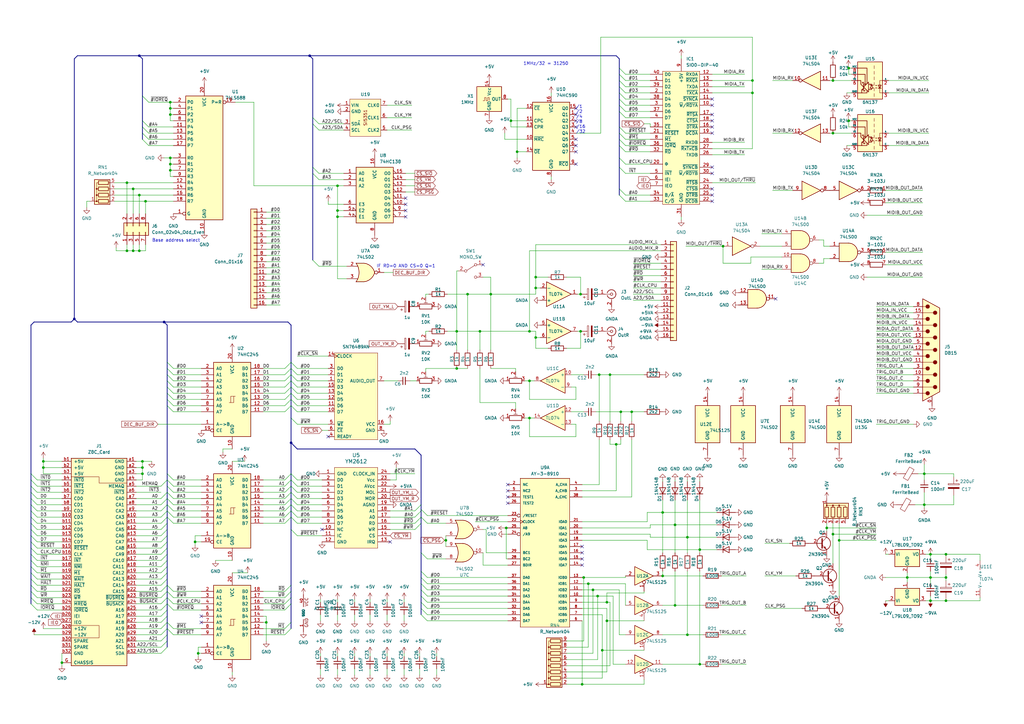
<source format=kicad_sch>
(kicad_sch (version 20230121) (generator eeschema)
  (paper "A3")
  (title_block (title "Z8C Audio Interface") (date "2022-10-14"))
  (junction (at 379.095 194.31))
  (junction (at 217.17 135.89))
  (junction (at 69.85 69.85))
  (junction (at 276.86 215.265))
  (junction (at 54.61 102.87))
  (junction (at 196.85 135.89))
  (junction (at 67.31 132.08))
  (junction (at 387.985 236.855))
  (junction (at 187.325 135.89))
  (junction (at 271.78 236.22))
  (junction (at 25.4 271.78))
  (junction (at 138.43 88.9))
  (junction (at 54.61 77.47))
  (junction (at 81.28 267.97))
  (junction (at 281.94 260.35))
  (junction (at 52.07 102.87))
  (junction (at 379.095 207.01))
  (junction (at 212.09 62.23))
  (junction (at 69.85 64.77))
  (junction (at 219.71 138.43))
  (junction (at 57.15 22.86))
  (junction (at 348.107 27.94))
  (junction (at 248.92 254.635))
  (junction (at 57.15 102.87))
  (junction (at 254.635 168.91))
  (junction (at 138.43 76.2))
  (junction (at 207.645 216.535))
  (junction (at 241.3 239.395))
  (junction (at 69.85 46.99))
  (junction (at 247.015 266.7))
  (junction (at 238.76 280.67))
  (junction (at 119.38 181.61))
  (junction (at 69.85 44.45))
  (junction (at 308.61 38.1))
  (junction (at 217.17 156.21))
  (junction (at 245.745 153.67))
  (junction (at 127 22.86))
  (junction (at 259.08 168.91))
  (junction (at 287.02 225.425))
  (junction (at 271.78 210.185))
  (junction (at 58.42 194.31))
  (junction (at 381.635 246.38))
  (junction (at 243.205 241.935))
  (junction (at 17.78 191.77))
  (junction (at 58.42 191.77))
  (junction (at 187.325 151.13))
  (junction (at 52.07 74.93))
  (junction (at 138.43 86.36))
  (junction (at 238.125 120.65))
  (junction (at 296.545 100.965))
  (junction (at 182.88 221.615))
  (junction (at 381.635 236.855))
  (junction (at 387.985 227.33))
  (junction (at 252.73 182.245))
  (junction (at 109.22 255.27))
  (junction (at 339.09 216.535))
  (junction (at 372.11 236.855))
  (junction (at 387.985 246.38))
  (junction (at 69.85 41.91))
  (junction (at 308.61 33.02))
  (junction (at 287.02 272.415))
  (junction (at 191.77 120.65))
  (junction (at 217.17 171.45))
  (junction (at 17.78 189.23))
  (junction (at 238.125 135.89))
  (junction (at 30.48 130.81))
  (junction (at 219.71 118.11))
  (junction (at 239.395 236.855))
  (junction (at 348.107 49.53))
  (junction (at 250.19 153.67))
  (junction (at 344.17 221.615))
  (junction (at 276.86 248.285))
  (junction (at 381.635 227.33))
  (junction (at 57.15 80.01))
  (junction (at 69.85 67.31))
  (junction (at 281.94 220.345))
  (junction (at 209.55 49.53))
  (junction (at 341.63 54.61))
  (junction (at 248.92 247.015))
  (junction (at 59.69 82.55))
  (junction (at 341.63 33.02))
  (junction (at 80.01 222.25))
  (junction (at 245.11 244.475))
  (junction (at 58.42 189.23))
  (junction (at 201.295 120.65))
  (junction (at 341.63 219.075))
  (junction (at 219.71 113.665))
  (no_connect (at 238.76 226.695))
  (no_connect (at 292.1 49.53))
  (no_connect (at 292.1 71.12))
  (no_connect (at 236.22 62.23))
  (no_connect (at 236.22 59.69))
  (no_connect (at 236.22 57.15))
  (no_connect (at 236.22 67.31))
  (no_connect (at 318.135 122.555))
  (no_connect (at 292.1 52.07))
  (no_connect (at 166.37 83.82))
  (no_connect (at 238.76 229.235))
  (no_connect (at 208.28 206.375))
  (no_connect (at 82.55 255.27))
  (no_connect (at 160.02 222.25))
  (no_connect (at 292.1 77.47))
  (no_connect (at 166.37 86.36))
  (no_connect (at 166.37 88.9))
  (no_connect (at 166.37 81.28))
  (no_connect (at 236.22 52.07))
  (no_connect (at 236.22 49.53))
  (no_connect (at 236.22 46.99))
  (no_connect (at 236.22 44.45))
  (no_connect (at 82.55 252.73))
  (no_connect (at 292.1 54.61))
  (no_connect (at 292.1 80.01))
  (no_connect (at 292.1 82.55))
  (no_connect (at 208.28 198.755))
  (no_connect (at 292.1 68.58))
  (no_connect (at 134.62 179.07))
  (no_connect (at 292.1 40.64))
  (no_connect (at 292.1 43.18))
  (no_connect (at 198.12 108.585))
  (no_connect (at 292.1 46.99))
  (no_connect (at 238.76 224.155))
  (no_connect (at 132.08 217.17))
  (no_connect (at 238.76 231.775))
  (no_connect (at 208.28 203.835))
  (no_connect (at 208.28 201.295))
  (bus_entry (at 119.38 240.03) (size -2.54 2.54))
  (bus_entry (at 121.92 196.85) (size -2.54 -2.54))
  (bus_entry (at 256.54 33.02) (size -2.54 -2.54))
  (bus_entry (at 68.58 250.19) (size -2.54 2.54))
  (bus_entry (at 15.24 217.17) (size -2.54 -2.54))
  (bus_entry (at 116.84 156.21) (size 2.54 -2.54))
  (bus_entry (at 119.38 247.65) (size -2.54 2.54))
  (bus_entry (at 256.54 43.18) (size -2.54 -2.54))
  (bus_entry (at 58.42 52.07) (size 2.54 2.54))
  (bus_entry (at 119.38 245.11) (size -2.54 2.54))
  (bus_entry (at 68.58 219.71) (size -2.54 2.54))
  (bus_entry (at 172.72 214.63) (size -2.54 2.54))
  (bus_entry (at 12.7 229.87) (size 2.54 2.54))
  (bus_entry (at 68.58 229.87) (size -2.54 2.54))
  (bus_entry (at 121.92 166.37) (size -2.54 -2.54))
  (bus_entry (at 121.92 199.39) (size -2.54 -2.54))
  (bus_entry (at 121.92 201.93) (size -2.54 -2.54))
  (bus_entry (at 12.7 240.03) (size 2.54 2.54))
  (bus_entry (at 68.58 209.55) (size -2.54 2.54))
  (bus_entry (at 68.58 245.11) (size -2.54 2.54))
  (bus_entry (at 175.26 249.555) (size -2.54 -2.54))
  (bus_entry (at 175.26 236.855) (size -2.54 -2.54))
  (bus_entry (at 68.58 242.57) (size 2.54 2.54))
  (bus_entry (at 175.26 241.935) (size -2.54 -2.54))
  (bus_entry (at 15.24 219.71) (size -2.54 -2.54))
  (bus_entry (at 15.24 207.01) (size -2.54 -2.54))
  (bus_entry (at 68.58 255.27) (size -2.54 2.54))
  (bus_entry (at 128.27 106.68) (size 2.54 2.54))
  (bus_entry (at 175.26 244.475) (size -2.54 -2.54))
  (bus_entry (at 68.58 212.09) (size -2.54 2.54))
  (bus_entry (at 175.26 252.095) (size -2.54 -2.54))
  (bus_entry (at 116.84 166.37) (size 2.54 -2.54))
  (bus_entry (at 119.38 212.09) (size -2.54 2.54))
  (bus_entry (at 254 64.77) (size 2.54 2.54))
  (bus_entry (at 58.42 39.37) (size 2.54 2.54))
  (bus_entry (at 256.54 40.64) (size -2.54 -2.54))
  (bus_entry (at 68.58 257.81) (size 2.54 2.54))
  (bus_entry (at 254 77.47) (size 2.54 2.54))
  (bus_entry (at 121.92 204.47) (size -2.54 -2.54))
  (bus_entry (at 116.84 151.13) (size 2.54 -2.54))
  (bus_entry (at 128.27 50.8) (size 2.54 2.54))
  (bus_entry (at 172.72 207.01) (size -2.54 2.54))
  (bus_entry (at 68.58 199.39) (size 2.54 2.54))
  (bus_entry (at 71.12 158.75) (size -2.54 -2.54))
  (bus_entry (at 68.58 214.63) (size -2.54 2.54))
  (bus_entry (at 172.72 208.915) (size 2.54 2.54))
  (bus_entry (at 256.54 38.1) (size -2.54 -2.54))
  (bus_entry (at 175.26 254.635) (size -2.54 -2.54))
  (bus_entry (at 119.38 171.45) (size 2.54 2.54))
  (bus_entry (at 119.38 209.55) (size -2.54 2.54))
  (bus_entry (at 68.58 227.33) (size -2.54 2.54))
  (bus_entry (at 68.58 204.47) (size -2.54 2.54))
  (bus_entry (at 15.24 222.25) (size -2.54 -2.54))
  (bus_entry (at 15.24 209.55) (size -2.54 -2.54))
  (bus_entry (at 254 52.07) (size 2.54 2.54))
  (bus_entry (at 15.24 214.63) (size -2.54 -2.54))
  (bus_entry (at 12.7 247.65) (size 2.54 2.54))
  (bus_entry (at 254 59.69) (size 2.54 2.54))
  (bus_entry (at 119.38 204.47) (size -2.54 2.54))
  (bus_entry (at 256.54 30.48) (size -2.54 -2.54))
  (bus_entry (at 68.58 240.03) (size -2.54 2.54))
  (bus_entry (at 256.54 48.26) (size -2.54 -2.54))
  (bus_entry (at 175.26 239.395) (size -2.54 -2.54))
  (bus_entry (at 254 68.58) (size 2.54 2.54))
  (bus_entry (at 121.92 209.55) (size -2.54 -2.54))
  (bus_entry (at 68.58 201.93) (size 2.54 2.54))
  (bus_entry (at 15.24 212.09) (size -2.54 -2.54))
  (bus_entry (at 256.54 35.56) (size -2.54 -2.54))
  (bus_entry (at 121.92 151.13) (size -2.54 -2.54))
  (bus_entry (at 12.7 199.39) (size 2.54 2.54))
  (bus_entry (at 12.7 194.31) (size 2.54 2.54))
  (bus_entry (at 68.58 260.35) (size -2.54 2.54))
  (bus_entry (at 68.58 217.17) (size -2.54 2.54))
  (bus_entry (at 12.7 224.79) (size 2.54 2.54))
  (bus_entry (at 121.92 168.91) (size -2.54 -2.54))
  (bus_entry (at 68.58 252.73) (size -2.54 2.54))
  (bus_entry (at 116.84 153.67) (size 2.54 -2.54))
  (bus_entry (at 68.58 196.85) (size 2.54 2.54))
  (bus_entry (at 128.27 48.26) (size 2.54 2.54))
  (bus_entry (at 256.54 45.72) (size -2.54 -2.54))
  (bus_entry (at 119.38 257.81) (size -2.54 2.54))
  (bus_entry (at 68.58 204.47) (size 2.54 2.54))
  (bus_entry (at 121.92 214.63) (size -2.54 -2.54))
  (bus_entry (at 15.24 204.47) (size -2.54 -2.54))
  (bus_entry (at 68.58 207.01) (size 2.54 2.54))
  (bus_entry (at 66.04 199.39) (size 2.54 -2.54))
  (bus_entry (at 71.12 156.21) (size -2.54 -2.54))
  (bus_entry (at 121.92 158.75) (size -2.54 -2.54))
  (bus_entry (at 116.84 163.83) (size 2.54 -2.54))
  (bus_entry (at 116.84 161.29) (size 2.54 -2.54))
  (bus_entry (at 12.7 234.95) (size 2.54 2.54))
  (bus_entry (at 71.12 153.67) (size -2.54 -2.54))
  (bus_entry (at 172.72 209.55) (size -2.54 2.54))
  (bus_entry (at 68.58 247.65) (size 2.54 2.54))
  (bus_entry (at 12.7 232.41) (size 2.54 2.54))
  (bus_entry (at 254 57.15) (size 2.54 2.54))
  (bus_entry (at 119.38 255.27) (size -2.54 2.54))
  (bus_entry (at 58.42 49.53) (size 2.54 2.54))
  (bus_entry (at 12.7 237.49) (size 2.54 2.54))
  (bus_entry (at 68.58 212.09) (size 2.54 2.54))
  (bus_entry (at 12.7 222.25) (size 2.54 2.54))
  (bus_entry (at 128.27 68.58) (size 2.54 2.54))
  (bus_entry (at 71.12 168.91) (size -2.54 -2.54))
  (bus_entry (at 119.38 217.17) (size 2.54 2.54))
  (bus_entry (at 119.38 201.93) (size -2.54 2.54))
  (bus_entry (at 119.38 194.31) (size -2.54 2.54))
  (bus_entry (at 71.12 166.37) (size -2.54 -2.54))
  (bus_entry (at 116.84 168.91) (size 2.54 -2.54))
  (bus_entry (at 172.72 226.695) (size 2.54 2.54))
  (bus_entry (at 68.58 265.43) (size -2.54 2.54))
  (bus_entry (at 121.92 163.83) (size -2.54 -2.54))
  (bus_entry (at 71.12 163.83) (size -2.54 -2.54))
  (bus_entry (at 71.12 161.29) (size -2.54 -2.54))
  (bus_entry (at 68.58 242.57) (size -2.54 2.54))
  (bus_entry (at 12.7 245.11) (size 2.54 2.54))
  (bus_entry (at 119.38 207.01) (size -2.54 2.54))
  (bus_entry (at 68.58 257.81) (size -2.54 2.54))
  (bus_entry (at 68.58 237.49) (size -2.54 2.54))
  (bus_entry (at 119.38 242.57) (size -2.54 2.54))
  (bus_entry (at 71.12 151.13) (size -2.54 -2.54))
  (bus_entry (at 121.92 156.21) (size -2.54 -2.54))
  (bus_entry (at 68.58 207.01) (size -2.54 2.54))
  (bus_entry (at 121.92 161.29) (size -2.54 -2.54))
  (bus_entry (at 119.38 196.85) (size -2.54 2.54))
  (bus_entry (at 68.58 232.41) (size -2.54 2.54))
  (bus_entry (at 254 80.01) (size 2.54 2.54))
  (bus_entry (at 68.58 245.11) (size 2.54 2.54))
  (bus_entry (at 68.58 247.65) (size -2.54 2.54))
  (bus_entry (at 12.7 242.57) (size 2.54 2.54))
  (bus_entry (at 68.58 224.79) (size -2.54 2.54))
  (bus_entry (at 12.7 196.85) (size 2.54 2.54))
  (bus_entry (at 12.7 227.33) (size 2.54 2.54))
  (bus_entry (at 68.58 255.27) (size 2.54 2.54))
  (bus_entry (at 121.92 153.67) (size -2.54 -2.54))
  (bus_entry (at 68.58 240.03) (size 2.54 2.54))
  (bus_entry (at 121.92 207.01) (size -2.54 -2.54))
  (bus_entry (at 68.58 194.31) (size 2.54 2.54))
  (bus_entry (at 58.42 54.61) (size 2.54 2.54))
  (bus_entry (at 68.58 222.25) (size -2.54 2.54))
  (bus_entry (at 128.27 71.12) (size 2.54 2.54))
  (bus_entry (at 121.92 212.09) (size -2.54 -2.54))
  (bus_entry (at 172.72 212.09) (size -2.54 2.54))
  (bus_entry (at 175.26 247.015) (size -2.54 -2.54))
  (bus_entry (at 172.72 212.09) (size 2.54 2.54))
  (bus_entry (at 68.58 234.95) (size -2.54 2.54))
  (bus_entry (at 68.58 201.93) (size -2.54 2.54))
  (bus_entry (at 68.58 262.89) (size -2.54 2.54))
  (bus_entry (at 68.58 209.55) (size 2.54 2.54))
  (bus_entry (at 116.84 158.75) (size 2.54 -2.54))
  (bus_entry (at 58.42 57.15) (size 2.54 2.54))
  (bus_entry (at 254 54.61) (size 2.54 2.54))
  (bus_entry (at 119.38 199.39) (size -2.54 2.54))
  (wire (pts (xy 359.41 133.35) (xy 374.65 133.35)))
  (wire (pts (xy 15.24 229.87) (xy 25.4 229.87)))
  (wire (pts (xy 259.715 120.65) (xy 271.145 120.65)))
  (wire (pts (xy 59.69 82.55) (xy 71.12 82.55)))
  (wire (pts (xy 376.555 194.31) (xy 379.095 194.31)))
  (wire (pts (xy 64.77 173.99) (xy 82.55 173.99)))
  (wire (pts (xy 58.42 189.23) (xy 62.23 189.23)))
  (wire (pts (xy 81.28 267.97) (xy 81.28 269.24)))
  (wire (pts (xy 138.43 88.9) (xy 140.97 88.9)))
  (wire (pts (xy 239.395 236.855) (xy 239.395 262.89)))
  (wire (pts (xy 55.88 199.39) (xy 66.04 199.39)))
  (bus (pts (xy 68.58 209.55) (xy 68.58 207.01)))
  (wire (pts (xy 212.09 44.45) (xy 212.09 62.23)))
  (bus (pts (xy 67.31 132.08) (xy 31.75 132.08)))
  (wire (pts (xy 187.325 135.89) (xy 187.325 111.125)))
  (wire (pts (xy 348.107 27.94) (xy 348.107 30.48)))
  (wire (pts (xy 71.12 44.45) (xy 69.85 44.45)))
  (wire (pts (xy 158.75 254.635) (xy 158.75 252.095)))
  (wire (pts (xy 248.92 254.635) (xy 248.92 275.59)))
  (wire (pts (xy 239.395 168.91) (xy 234.315 168.91)))
  (wire (pts (xy 91.44 184.15) (xy 95.25 184.15)))
  (wire (pts (xy 179.07 267.97) (xy 179.07 269.24)))
  (wire (pts (xy 238.76 201.295) (xy 252.73 201.295)))
  (bus (pts (xy 68.58 232.41) (xy 68.58 229.87)))
  (bus (pts (xy 12.7 196.85) (xy 12.7 199.39)))
  (bus (pts (xy 254 57.15) (xy 254 59.69)))
  (wire (pts (xy 66.04 222.25) (xy 55.88 222.25)))
  (bus (pts (xy 172.72 249.555) (xy 172.72 252.095)))
  (wire (pts (xy 66.04 204.47) (xy 55.88 204.47)))
  (wire (pts (xy 80.01 219.71) (xy 80.01 222.25)))
  (wire (pts (xy 15.24 209.55) (xy 25.4 209.55)))
  (wire (pts (xy 107.95 196.85) (xy 116.84 196.85)))
  (wire (pts (xy 347.98 48.895) (xy 347.98 49.53)))
  (wire (pts (xy 196.85 135.89) (xy 196.85 143.51)))
  (wire (pts (xy 151.765 267.97) (xy 151.765 269.24)))
  (wire (pts (xy 187.325 135.89) (xy 187.325 143.51)))
  (bus (pts (xy 254 52.07) (xy 254 54.61)))
  (wire (pts (xy 254 241.935) (xy 254 260.35)))
  (wire (pts (xy 66.04 219.71) (xy 55.88 219.71)))
  (wire (pts (xy 116.84 161.29) (xy 107.95 161.29)))
  (wire (pts (xy 66.04 255.27) (xy 55.88 255.27)))
  (bus (pts (xy 68.58 133.35) (xy 68.58 148.59)))
  (wire (pts (xy 264.16 168.91) (xy 259.08 168.91)))
  (wire (pts (xy 359.41 130.81) (xy 374.65 130.81)))
  (wire (pts (xy 165.735 267.97) (xy 165.735 269.24)))
  (bus (pts (xy 68.58 161.29) (xy 68.58 163.83)))
  (wire (pts (xy 347.98 27.94) (xy 348.107 27.94)))
  (wire (pts (xy 207.645 229.235) (xy 208.28 229.235)))
  (wire (pts (xy 265.43 221.615) (xy 265.43 225.425)))
  (wire (pts (xy 209.55 49.53) (xy 209.55 52.07)))
  (wire (pts (xy 247.015 266.7) (xy 264.16 266.7)))
  (bus (pts (xy 172.72 236.855) (xy 172.72 239.395)))
  (wire (pts (xy 52.07 102.87) (xy 52.07 100.33)))
  (wire (pts (xy 66.04 260.35) (xy 55.88 260.35)))
  (wire (pts (xy 69.85 67.31) (xy 69.85 69.85)))
  (wire (pts (xy 378.46 88.265) (xy 355.6 88.265)))
  (wire (pts (xy 381.635 246.38) (xy 381.635 244.475)))
  (bus (pts (xy 254 45.72) (xy 254 52.07)))
  (wire (pts (xy 248.92 275.59) (xy 232.41 275.59)))
  (wire (pts (xy 243.205 267.97) (xy 243.205 241.935)))
  (wire (pts (xy 348.107 27.94) (xy 349.25 27.94)))
  (wire (pts (xy 46.99 80.01) (xy 57.15 80.01)))
  (wire (pts (xy 54.61 77.47) (xy 54.61 87.63)))
  (wire (pts (xy 232.41 270.51) (xy 245.11 270.51)))
  (bus (pts (xy 254 54.61) (xy 254 57.15)))
  (bus (pts (xy 128.27 24.13) (xy 127 22.86)))
  (bus (pts (xy 68.58 245.11) (xy 68.58 247.65)))
  (wire (pts (xy 281.94 220.345) (xy 281.94 226.695)))
  (wire (pts (xy 245.11 270.51) (xy 245.11 244.475)))
  (wire (pts (xy 217.17 179.07) (xy 236.22 179.07)))
  (wire (pts (xy 69.85 72.39) (xy 69.85 69.85)))
  (wire (pts (xy 238.76 213.995) (xy 265.43 213.995)))
  (wire (pts (xy 209.55 52.07) (xy 215.9 52.07)))
  (wire (pts (xy 69.85 46.99) (xy 71.12 46.99)))
  (wire (pts (xy 364.49 33.02) (xy 381 33.02)))
  (wire (pts (xy 292.1 63.5) (xy 305.435 63.5)))
  (bus (pts (xy 31.75 132.08) (xy 30.48 130.81)))
  (wire (pts (xy 359.41 128.27) (xy 374.65 128.27)))
  (wire (pts (xy 131.445 267.97) (xy 131.445 269.24)))
  (wire (pts (xy 80.01 222.25) (xy 82.55 222.25)))
  (bus (pts (xy 172.72 209.55) (xy 172.72 208.915)))
  (wire (pts (xy 46.99 74.93) (xy 52.07 74.93)))
  (wire (pts (xy 340.36 54.61) (xy 341.63 54.61)))
  (wire (pts (xy 248.92 243.205) (xy 264.16 243.205)))
  (wire (pts (xy 71.12 247.65) (xy 82.55 247.65)))
  (wire (pts (xy 239.395 153.67) (xy 234.315 153.67)))
  (wire (pts (xy 59.69 102.87) (xy 59.69 100.33)))
  (bus (pts (xy 58.42 54.61) (xy 58.42 57.15)))
  (wire (pts (xy 243.205 241.935) (xy 254 241.935)))
  (wire (pts (xy 224.79 142.875) (xy 219.71 142.875)))
  (bus (pts (xy 170.18 184.15) (xy 121.92 184.15)))
  (wire (pts (xy 13.97 260.35) (xy 25.4 260.35)))
  (wire (pts (xy 226.06 73.66) (xy 226.06 72.39)))
  (wire (pts (xy 198.12 231.775) (xy 198.12 226.695)))
  (bus (pts (xy 254 38.1) (xy 254 35.56)))
  (wire (pts (xy 378.46 108.585) (xy 363.22 108.585)))
  (wire (pts (xy 281.94 220.345) (xy 294.005 220.345)))
  (wire (pts (xy 109.22 255.27) (xy 109.22 262.89)))
  (wire (pts (xy 381.635 236.855) (xy 381.635 239.395)))
  (wire (pts (xy 66.04 242.57) (xy 55.88 242.57)))
  (bus (pts (xy 68.58 229.87) (xy 68.58 227.33)))
  (wire (pts (xy 187.325 135.89) (xy 196.85 135.89)))
  (bus (pts (xy 119.38 166.37) (xy 119.38 171.45)))
  (wire (pts (xy 91.44 185.42) (xy 91.44 184.15)))
  (wire (pts (xy 130.81 73.66) (xy 140.97 73.66)))
  (wire (pts (xy 232.41 265.43) (xy 241.3 265.43)))
  (wire (pts (xy 363.22 236.855) (xy 372.11 236.855)))
  (wire (pts (xy 339.09 216.535) (xy 339.09 217.805)))
  (bus (pts (xy 58.42 49.53) (xy 58.42 52.07)))
  (wire (pts (xy 60.96 52.07) (xy 71.12 52.07)))
  (wire (pts (xy 250.19 247.015) (xy 250.19 273.05)))
  (wire (pts (xy 54.61 100.33) (xy 54.61 102.87)))
  (wire (pts (xy 221.615 138.43) (xy 219.71 138.43)))
  (bus (pts (xy 254 64.77) (xy 254 68.58)))
  (bus (pts (xy 254 59.69) (xy 254 64.77)))
  (wire (pts (xy 52.07 74.93) (xy 71.12 74.93)))
  (wire (pts (xy 387.985 227.33) (xy 401.955 227.33)))
  (wire (pts (xy 57.15 100.33) (xy 57.15 102.87)))
  (wire (pts (xy 121.92 166.37) (xy 134.62 166.37)))
  (wire (pts (xy 256.54 48.26) (xy 266.7 48.26)))
  (wire (pts (xy 121.92 156.21) (xy 134.62 156.21)))
  (bus (pts (xy 119.38 247.65) (xy 119.38 255.27)))
  (bus (pts (xy 119.38 207.01) (xy 119.38 209.55)))
  (wire (pts (xy 259.715 107.95) (xy 271.145 107.95)))
  (bus (pts (xy 119.38 151.13) (xy 119.38 153.67)))
  (wire (pts (xy 109.22 117.475) (xy 114.935 117.475)))
  (wire (pts (xy 71.12 158.75) (xy 82.55 158.75)))
  (wire (pts (xy 17.78 194.31) (xy 25.4 194.31)))
  (wire (pts (xy 47.625 102.87) (xy 52.07 102.87)))
  (wire (pts (xy 344.17 221.615) (xy 359.41 221.615)))
  (wire (pts (xy 15.24 222.25) (xy 25.4 222.25)))
  (wire (pts (xy 15.24 219.71) (xy 25.4 219.71)))
  (wire (pts (xy 88.392 229.87) (xy 95.25 229.87)))
  (bus (pts (xy 68.58 156.21) (xy 68.58 158.75)))
  (bus (pts (xy 12.7 133.35) (xy 13.97 132.08)))
  (wire (pts (xy 378.46 83.185) (xy 363.22 83.185)))
  (wire (pts (xy 170.18 76.2) (xy 166.37 76.2)))
  (wire (pts (xy 121.92 212.09) (xy 132.08 212.09)))
  (wire (pts (xy 15.24 204.47) (xy 25.4 204.47)))
  (wire (pts (xy 379.095 190.5) (xy 379.095 194.31)))
  (wire (pts (xy 247.015 266.7) (xy 247.015 278.13)))
  (wire (pts (xy 107.95 201.93) (xy 116.84 201.93)))
  (bus (pts (xy 119.38 240.03) (xy 119.38 242.57)))
  (wire (pts (xy 175.26 247.015) (xy 208.28 247.015)))
  (wire (pts (xy 157.48 173.99) (xy 160.02 173.99)))
  (wire (pts (xy 337.82 100.965) (xy 340.36 100.965)))
  (bus (pts (xy 12.7 219.71) (xy 12.7 217.17)))
  (wire (pts (xy 211.455 167.64) (xy 211.455 165.1)))
  (wire (pts (xy 259.715 110.49) (xy 271.145 110.49)))
  (wire (pts (xy 241.3 265.43) (xy 241.3 239.395)))
  (wire (pts (xy 17.78 257.81) (xy 25.4 257.81)))
  (wire (pts (xy 347.98 27.305) (xy 347.98 27.94)))
  (wire (pts (xy 232.41 267.97) (xy 243.205 267.97)))
  (wire (pts (xy 256.54 59.69) (xy 266.7 59.69)))
  (wire (pts (xy 248.92 254.635) (xy 264.16 254.635)))
  (wire (pts (xy 175.26 229.235) (xy 182.88 229.235)))
  (wire (pts (xy 109.22 109.855) (xy 114.935 109.855)))
  (wire (pts (xy 308.61 60.96) (xy 292.1 60.96)))
  (wire (pts (xy 337.82 106.045) (xy 340.36 106.045)))
  (wire (pts (xy 121.92 199.39) (xy 132.08 199.39)))
  (bus (pts (xy 121.92 184.15) (xy 119.38 181.61)))
  (bus (pts (xy 172.72 241.935) (xy 172.72 244.475)))
  (wire (pts (xy 259.715 115.57) (xy 271.145 115.57)))
  (bus (pts (xy 12.7 209.55) (xy 12.7 207.01)))
  (wire (pts (xy 359.41 143.51) (xy 374.65 143.51)))
  (wire (pts (xy 71.12 67.31) (xy 69.85 67.31)))
  (wire (pts (xy 69.85 49.53) (xy 71.12 49.53)))
  (wire (pts (xy 379.73 246.38) (xy 381.635 246.38)))
  (wire (pts (xy 219.71 113.665) (xy 219.71 100.33)))
  (wire (pts (xy 109.22 112.395) (xy 114.935 112.395)))
  (wire (pts (xy 191.77 120.65) (xy 191.77 143.51)))
  (wire (pts (xy 71.12 153.67) (xy 82.55 153.67)))
  (bus (pts (xy 254 45.72) (xy 254 43.18)))
  (wire (pts (xy 256.54 45.72) (xy 266.7 45.72)))
  (wire (pts (xy 196.85 135.89) (xy 217.17 135.89)))
  (wire (pts (xy 247.015 252.095) (xy 247.015 266.7)))
  (bus (pts (xy 119.38 161.29) (xy 119.38 163.83)))
  (wire (pts (xy 252.73 182.245) (xy 254.635 182.245)))
  (wire (pts (xy 66.04 209.55) (xy 55.88 209.55)))
  (wire (pts (xy 207.01 57.15) (xy 207.01 54.61)))
  (wire (pts (xy 238.76 219.075) (xy 266.7 219.075)))
  (wire (pts (xy 217.17 135.89) (xy 219.71 135.89)))
  (wire (pts (xy 131.445 245.745) (xy 131.445 247.015)))
  (wire (pts (xy 359.41 140.97) (xy 374.65 140.97)))
  (bus (pts (xy 172.72 214.63) (xy 172.72 212.09)))
  (wire (pts (xy 15.24 212.09) (xy 25.4 212.09)))
  (wire (pts (xy 67.31 64.77) (xy 69.85 64.77)))
  (wire (pts (xy 69.85 64.77) (xy 71.12 64.77)))
  (wire (pts (xy 238.76 216.535) (xy 266.7 216.535)))
  (wire (pts (xy 71.12 72.39) (xy 69.85 72.39)))
  (wire (pts (xy 15.24 240.03) (xy 25.4 240.03)))
  (wire (pts (xy 17.78 191.77) (xy 17.78 194.31)))
  (wire (pts (xy 238.76 254.635) (xy 238.76 280.67)))
  (wire (pts (xy 387.985 246.38) (xy 401.955 246.38)))
  (wire (pts (xy 46.99 82.55) (xy 59.69 82.55)))
  (wire (pts (xy 364.49 38.1) (xy 381 38.1)))
  (wire (pts (xy 109.22 102.235) (xy 114.935 102.235)))
  (wire (pts (xy 196.85 165.1) (xy 196.85 151.13)))
  (wire (pts (xy 138.43 114.3) (xy 142.24 114.3)))
  (wire (pts (xy 281.305 100.965) (xy 296.545 100.965)))
  (wire (pts (xy 217.17 163.83) (xy 236.22 163.83)))
  (wire (pts (xy 236.22 179.07) (xy 236.22 173.99)))
  (wire (pts (xy 215.265 171.45) (xy 217.17 171.45)))
  (wire (pts (xy 256.54 43.18) (xy 266.7 43.18)))
  (wire (pts (xy 174.625 135.89) (xy 174.625 137.16)))
  (wire (pts (xy 15.24 232.41) (xy 25.4 232.41)))
  (wire (pts (xy 359.41 138.43) (xy 374.65 138.43)))
  (wire (pts (xy 256.54 80.01) (xy 266.7 80.01)))
  (wire (pts (xy 109.22 86.995) (xy 114.935 86.995)))
  (bus (pts (xy 68.58 250.19) (xy 68.58 247.65)))
  (wire (pts (xy 236.22 54.61) (xy 246.38 54.61)))
  (wire (pts (xy 344.17 221.615) (xy 344.17 244.475)))
  (bus (pts (xy 128.27 24.13) (xy 128.27 48.26)))
  (wire (pts (xy 109.22 104.775) (xy 114.935 104.775)))
  (wire (pts (xy 55.88 194.31) (xy 58.42 194.31)))
  (wire (pts (xy 170.18 217.17) (xy 160.02 217.17)))
  (wire (pts (xy 217.17 171.45) (xy 217.17 179.07)))
  (wire (pts (xy 254.635 168.91) (xy 254.635 172.72)))
  (wire (pts (xy 276.86 205.105) (xy 276.86 215.265)))
  (bus (pts (xy 12.7 242.57) (xy 12.7 245.11)))
  (wire (pts (xy 71.12 209.55) (xy 82.55 209.55)))
  (wire (pts (xy 168.275 156.21) (xy 170.815 156.21)))
  (wire (pts (xy 52.07 74.93) (xy 52.07 87.63)))
  (bus (pts (xy 68.58 242.57) (xy 68.58 245.11)))
  (bus (pts (xy 68.58 153.67) (xy 68.58 156.21)))
  (wire (pts (xy 266.7 220.345) (xy 281.94 220.345)))
  (wire (pts (xy 116.84 204.47) (xy 107.95 204.47)))
  (bus (pts (xy 254 43.18) (xy 254 40.64)))
  (bus (pts (xy 12.7 199.39) (xy 12.7 201.93)))
  (wire (pts (xy 166.37 71.12) (xy 170.18 71.12)))
  (wire (pts (xy 337.82 98.425) (xy 337.82 100.965)))
  (bus (pts (xy 254 24.13) (xy 252.73 22.86)))
  (bus (pts (xy 68.58 204.47) (xy 68.58 201.93)))
  (bus (pts (xy 12.7 237.49) (xy 12.7 240.03)))
  (bus (pts (xy 119.38 204.47) (xy 119.38 207.01)))
  (bus (pts (xy 29.21 132.08) (xy 30.48 130.81)))
  (wire (pts (xy 341.63 54.61) (xy 349.25 54.61)))
  (wire (pts (xy 207.645 216.535) (xy 207.645 229.235)))
  (wire (pts (xy 359.41 146.05) (xy 374.65 146.05)))
  (wire (pts (xy 256.54 236.855) (xy 256.54 236.22)))
  (wire (pts (xy 201.295 151.13) (xy 211.455 151.13)))
  (bus (pts (xy 119.38 209.55) (xy 119.38 212.09)))
  (wire (pts (xy 71.12 199.39) (xy 82.55 199.39)))
  (wire (pts (xy 172.085 267.97) (xy 172.085 269.24)))
  (wire (pts (xy 295.91 248.285) (xy 306.07 248.285)))
  (wire (pts (xy 349.25 30.48) (xy 348.107 30.48)))
  (wire (pts (xy 66.04 224.79) (xy 55.88 224.79)))
  (bus (pts (xy 127 22.86) (xy 252.73 22.86)))
  (wire (pts (xy 58.42 194.31) (xy 58.42 191.77)))
  (bus (pts (xy 68.58 199.39) (xy 68.58 201.93)))
  (wire (pts (xy 140.97 83.82) (xy 134.62 83.82)))
  (wire (pts (xy 175.895 135.89) (xy 174.625 135.89)))
  (wire (pts (xy 276.86 215.265) (xy 276.86 226.695)))
  (wire (pts (xy 109.22 252.73) (xy 109.22 255.27)))
  (bus (pts (xy 119.38 158.75) (xy 119.38 161.29)))
  (bus (pts (xy 12.7 224.79) (xy 12.7 227.33)))
  (wire (pts (xy 60.96 54.61) (xy 71.12 54.61)))
  (wire (pts (xy 252.73 201.295) (xy 252.73 182.245)))
  (wire (pts (xy 121.92 153.67) (xy 134.62 153.67)))
  (wire (pts (xy 295.91 272.415) (xy 306.07 272.415)))
  (wire (pts (xy 349.25 52.07) (xy 348.107 52.07)))
  (bus (pts (xy 119.38 199.39) (xy 119.38 201.93)))
  (wire (pts (xy 25.4 271.78) (xy 25.4 267.97)))
  (wire (pts (xy 109.22 122.555) (xy 114.935 122.555)))
  (wire (pts (xy 71.12 161.29) (xy 82.55 161.29)))
  (wire (pts (xy 15.24 196.85) (xy 25.4 196.85)))
  (wire (pts (xy 248.92 247.015) (xy 248.92 243.205)))
  (wire (pts (xy 271.78 248.285) (xy 276.86 248.285)))
  (wire (pts (xy 309.88 74.93) (xy 292.1 74.93)))
  (wire (pts (xy 174.625 151.13) (xy 187.325 151.13)))
  (bus (pts (xy 254 68.58) (xy 254 77.47)))
  (wire (pts (xy 60.96 57.15) (xy 71.12 57.15)))
  (wire (pts (xy 199.39 217.17) (xy 199.39 226.695)))
  (wire (pts (xy 271.78 210.185) (xy 294.005 210.185)))
  (wire (pts (xy 199.39 226.695) (xy 208.28 226.695)))
  (wire (pts (xy 145.415 267.97) (xy 145.415 269.24)))
  (wire (pts (xy 138.43 86.36) (xy 140.97 86.36)))
  (wire (pts (xy 107.95 255.27) (xy 109.22 255.27)))
  (wire (pts (xy 250.19 153.67) (xy 250.19 172.72)))
  (wire (pts (xy 166.37 73.66) (xy 170.18 73.66)))
  (wire (pts (xy 259.08 168.91) (xy 254.635 168.91)))
  (bus (pts (xy 119.38 156.21) (xy 119.38 158.75)))
  (wire (pts (xy 245.745 153.67) (xy 244.475 153.67)))
  (wire (pts (xy 69.85 41.91) (xy 71.12 41.91)))
  (wire (pts (xy 54.61 102.87) (xy 57.15 102.87)))
  (bus (pts (xy 68.58 257.81) (xy 68.58 255.27)))
  (wire (pts (xy 248.92 247.015) (xy 250.19 247.015)))
  (wire (pts (xy 82.55 219.71) (xy 80.01 219.71)))
  (wire (pts (xy 175.26 254.635) (xy 208.28 254.635)))
  (wire (pts (xy 198.12 217.17) (xy 199.39 217.17)))
  (wire (pts (xy 166.37 78.74) (xy 170.18 78.74)))
  (wire (pts (xy 179.07 276.86) (xy 179.07 274.32)))
  (wire (pts (xy 15.24 250.19) (xy 25.4 250.19)))
  (bus (pts (xy 119.38 133.35) (xy 119.38 148.59)))
  (wire (pts (xy 71.12 196.85) (xy 82.55 196.85)))
  (wire (pts (xy 145.415 254.635) (xy 145.415 252.095)))
  (wire (pts (xy 71.12 69.85) (xy 69.85 69.85)))
  (wire (pts (xy 104.14 76.2) (xy 104.14 41.91)))
  (bus (pts (xy 172.72 226.695) (xy 172.72 234.315)))
  (wire (pts (xy 323.85 222.885) (xy 313.69 222.885)))
  (wire (pts (xy 281.94 260.35) (xy 288.29 260.35)))
  (bus (pts (xy 119.38 245.11) (xy 119.38 247.65)))
  (wire (pts (xy 165.735 254.635) (xy 165.735 252.095)))
  (wire (pts (xy 71.12 257.81) (xy 82.55 257.81)))
  (bus (pts (xy 254 24.13) (xy 254 27.94)))
  (wire (pts (xy 138.43 245.745) (xy 138.43 247.015)))
  (bus (pts (xy 172.72 234.315) (xy 172.72 236.855)))
  (wire (pts (xy 209.55 40.64) (xy 209.55 49.53)))
  (wire (pts (xy 217.17 156.21) (xy 215.265 156.21)))
  (wire (pts (xy 266.7 219.075) (xy 266.7 220.345)))
  (wire (pts (xy 134.62 176.53) (xy 132.08 176.53)))
  (wire (pts (xy 15.24 247.65) (xy 25.4 247.65)))
  (wire (pts (xy 287.02 196.85) (xy 287.02 197.485)))
  (bus (pts (xy 12.7 229.87) (xy 12.7 232.41)))
  (wire (pts (xy 201.295 120.65) (xy 201.295 113.665)))
  (wire (pts (xy 15.24 245.11) (xy 25.4 245.11)))
  (bus (pts (xy 67.31 132.08) (xy 118.11 132.08)))
  (bus (pts (xy 172.72 247.015) (xy 172.72 249.555)))
  (wire (pts (xy 245.11 244.475) (xy 251.46 244.475)))
  (wire (pts (xy 15.24 242.57) (xy 25.4 242.57)))
  (wire (pts (xy 170.18 209.55) (xy 160.02 209.55)))
  (wire (pts (xy 183.515 120.65) (xy 191.77 120.65)))
  (wire (pts (xy 82.55 267.97) (xy 81.28 267.97)))
  (wire (pts (xy 232.41 280.67) (xy 238.76 280.67)))
  (wire (pts (xy 151.765 245.745) (xy 151.765 247.015)))
  (wire (pts (xy 174.625 120.65) (xy 174.625 121.92)))
  (wire (pts (xy 134.62 146.05) (xy 121.92 146.05)))
  (wire (pts (xy 271.78 205.105) (xy 271.78 210.185)))
  (wire (pts (xy 379.73 227.33) (xy 381.635 227.33)))
  (wire (pts (xy 221.615 118.11) (xy 219.71 118.11)))
  (wire (pts (xy 308.61 33.02) (xy 292.1 33.02)))
  (bus (pts (xy 119.38 242.57) (xy 119.38 245.11)))
  (wire (pts (xy 320.675 105.41) (xy 307.975 105.41)))
  (wire (pts (xy 71.12 204.47) (xy 82.55 204.47)))
  (wire (pts (xy 248.92 249.555) (xy 248.92 254.635)))
  (wire (pts (xy 71.12 250.19) (xy 82.55 250.19)))
  (wire (pts (xy 341.63 33.02) (xy 349.25 33.02)))
  (wire (pts (xy 238.76 203.835) (xy 259.08 203.835)))
  (wire (pts (xy 281.94 205.105) (xy 281.94 220.345)))
  (wire (pts (xy 241.3 239.395) (xy 256.54 239.395)))
  (wire (pts (xy 287.02 225.425) (xy 294.005 225.425)))
  (wire (pts (xy 66.04 250.19) (xy 55.88 250.19)))
  (wire (pts (xy 279.4 22.86) (xy 279.4 24.13)))
  (bus (pts (xy 68.58 212.09) (xy 68.58 209.55)))
  (wire (pts (xy 215.9 44.45) (xy 212.09 44.45)))
  (wire (pts (xy 378.46 78.105) (xy 363.22 78.105)))
  (wire (pts (xy 138.43 276.86) (xy 138.43 274.32)))
  (wire (pts (xy 107.95 247.65) (xy 116.84 247.65)))
  (wire (pts (xy 160.02 194.31) (xy 170.18 194.31)))
  (wire (pts (xy 238.125 135.89) (xy 236.855 135.89)))
  (wire (pts (xy 359.41 161.29) (xy 374.65 161.29)))
  (wire (pts (xy 250.19 180.34) (xy 250.19 182.245)))
  (wire (pts (xy 170.18 214.63) (xy 160.02 214.63)))
  (wire (pts (xy 379.095 194.31) (xy 391.16 194.31)))
  (wire (pts (xy 116.84 214.63) (xy 107.95 214.63)))
  (bus (pts (xy 68.58 250.19) (xy 68.58 252.73)))
  (wire (pts (xy 348.107 49.53) (xy 348.107 52.07)))
  (bus (pts (xy 68.58 237.49) (xy 68.58 234.95)))
  (wire (pts (xy 66.04 214.63) (xy 55.88 214.63)))
  (wire (pts (xy 151.765 276.86) (xy 151.765 274.32)))
  (wire (pts (xy 116.84 163.83) (xy 107.95 163.83)))
  (wire (pts (xy 183.515 135.89) (xy 187.325 135.89)))
  (wire (pts (xy 292.1 58.42) (xy 305.435 58.42)))
  (bus (pts (xy 68.58 217.17) (xy 68.58 214.63)))
  (wire (pts (xy 238.76 244.475) (xy 245.11 244.475)))
  (wire (pts (xy 217.17 102.87) (xy 271.145 102.87)))
  (wire (pts (xy 66.04 234.95) (xy 55.88 234.95)))
  (wire (pts (xy 95.25 276.86) (xy 95.25 275.59)))
  (wire (pts (xy 175.26 241.935) (xy 208.28 241.935)))
  (wire (pts (xy 165.735 245.745) (xy 165.735 247.015)))
  (wire (pts (xy 339.09 216.535) (xy 359.41 216.535)))
  (wire (pts (xy 341.63 214.63) (xy 341.63 219.075)))
  (wire (pts (xy 160.02 173.99) (xy 160.02 172.72)))
  (wire (pts (xy 401.955 227.33) (xy 401.955 229.87)))
  (wire (pts (xy 379.095 207.01) (xy 391.16 207.01)))
  (wire (pts (xy 296.545 107.95) (xy 296.545 100.965)))
  (wire (pts (xy 138.43 86.36) (xy 138.43 88.9)))
  (wire (pts (xy 131.445 276.86) (xy 131.445 274.32)))
  (wire (pts (xy 217.17 135.89) (xy 217.17 102.87)))
  (wire (pts (xy 66.04 240.03) (xy 55.88 240.03)))
  (wire (pts (xy 208.28 40.64) (xy 209.55 40.64)))
  (wire (pts (xy 238.76 252.095) (xy 247.015 252.095)))
  (bus (pts (xy 68.58 262.89) (xy 68.58 260.35)))
  (bus (pts (xy 13.97 132.08) (xy 29.21 132.08)))
  (wire (pts (xy 66.04 207.01) (xy 55.88 207.01)))
  (wire (pts (xy 363.22 246.38) (xy 364.49 246.38)))
  (wire (pts (xy 238.125 120.65) (xy 238.125 113.665)))
  (bus (pts (xy 12.7 219.71) (xy 12.7 222.25)))
  (wire (pts (xy 59.69 82.55) (xy 59.69 87.63)))
  (wire (pts (xy 138.43 254.635) (xy 138.43 252.095)))
  (wire (pts (xy 238.76 239.395) (xy 241.3 239.395)))
  (wire (pts (xy 58.42 191.77) (xy 58.42 189.23)))
  (wire (pts (xy 401.955 246.38) (xy 401.955 245.11)))
  (wire (pts (xy 35.56 82.55) (xy 36.83 82.55)))
  (wire (pts (xy 219.71 142.875) (xy 219.71 138.43)))
  (wire (pts (xy 379.095 194.31) (xy 379.095 196.85)))
  (wire (pts (xy 208.28 231.775) (xy 198.12 231.775)))
  (wire (pts (xy 130.81 53.34) (xy 140.97 53.34)))
  (wire (pts (xy 347.345 59.69) (xy 349.25 59.69)))
  (wire (pts (xy 217.17 156.21) (xy 217.17 163.83)))
  (wire (pts (xy 175.26 211.455) (xy 208.28 211.455)))
  (bus (pts (xy 68.58 194.31) (xy 68.58 196.85)))
  (wire (pts (xy 246.38 15.24) (xy 246.38 54.61)))
  (wire (pts (xy 250.19 153.67) (xy 245.745 153.67)))
  (wire (pts (xy 107.95 212.09) (xy 116.84 212.09)))
  (wire (pts (xy 170.18 212.09) (xy 160.02 212.09)))
  (wire (pts (xy 66.04 232.41) (xy 55.88 232.41)))
  (wire (pts (xy 347.98 49.53) (xy 348.107 49.53)))
  (wire (pts (xy 281.94 196.85) (xy 281.94 197.485)))
  (wire (pts (xy 158.75 267.97) (xy 158.75 269.24)))
  (wire (pts (xy 238.76 241.935) (xy 243.205 241.935)))
  (wire (pts (xy 158.75 276.86) (xy 158.75 274.32)))
  (wire (pts (xy 359.41 173.99) (xy 374.65 173.99)))
  (wire (pts (xy 71.12 201.93) (xy 82.55 201.93)))
  (wire (pts (xy 238.76 236.855) (xy 239.395 236.855)))
  (wire (pts (xy 157.48 156.21) (xy 163.195 156.21)))
  (wire (pts (xy 209.55 49.53) (xy 215.9 49.53)))
  (wire (pts (xy 364.49 59.69) (xy 381 59.69)))
  (wire (pts (xy 175.26 244.475) (xy 208.28 244.475)))
  (bus (pts (xy 128.27 48.26) (xy 128.27 50.8)))
  (wire (pts (xy 359.41 135.89) (xy 374.65 135.89)))
  (bus (pts (xy 68.58 240.03) (xy 68.58 242.57)))
  (wire (pts (xy 207.645 216.535) (xy 208.28 216.535)))
  (wire (pts (xy 66.04 265.43) (xy 55.88 265.43)))
  (wire (pts (xy 121.92 151.13) (xy 134.62 151.13)))
  (wire (pts (xy 256.54 38.1) (xy 266.7 38.1)))
  (wire (pts (xy 271.78 260.35) (xy 281.94 260.35)))
  (wire (pts (xy 256.54 239.395) (xy 256.54 248.285)))
  (wire (pts (xy 251.46 244.475) (xy 251.46 272.415)))
  (wire (pts (xy 232.41 262.89) (xy 239.395 262.89)))
  (wire (pts (xy 15.24 214.63) (xy 25.4 214.63)))
  (wire (pts (xy 287.02 205.105) (xy 287.02 225.425)))
  (wire (pts (xy 359.41 151.13) (xy 374.65 151.13)))
  (bus (pts (xy 119.38 255.27) (xy 119.38 257.81)))
  (wire (pts (xy 219.075 156.21) (xy 217.17 156.21)))
  (wire (pts (xy 264.16 50.8) (xy 266.7 50.8)))
  (wire (pts (xy 335.915 98.425) (xy 337.82 98.425)))
  (wire (pts (xy 71.12 207.01) (xy 82.55 207.01)))
  (wire (pts (xy 15.24 227.33) (xy 25.4 227.33)))
  (wire (pts (xy 109.22 125.095) (xy 114.935 125.095)))
  (wire (pts (xy 71.12 166.37) (xy 82.55 166.37)))
  (wire (pts (xy 81.28 267.97) (xy 81.28 265.43)))
  (wire (pts (xy 238.76 280.67) (xy 264.16 280.67)))
  (wire (pts (xy 266.7 215.265) (xy 276.86 215.265)))
  (wire (pts (xy 348.107 49.53) (xy 349.25 49.53)))
  (bus (pts (xy 254 30.48) (xy 254 33.02)))
  (wire (pts (xy 308.61 33.02) (xy 308.61 38.1)))
  (wire (pts (xy 151.765 254.635) (xy 151.765 252.095)))
  (wire (pts (xy 121.92 173.99) (xy 134.62 173.99)))
  (wire (pts (xy 256.54 82.55) (xy 266.7 82.55)))
  (wire (pts (xy 276.86 234.315) (xy 276.86 248.285)))
  (wire (pts (xy 121.92 163.83) (xy 134.62 163.83)))
  (bus (pts (xy 172.72 208.915) (xy 172.72 207.01)))
  (wire (pts (xy 160.02 196.85) (xy 162.56 196.85)))
  (wire (pts (xy 254.635 180.34) (xy 254.635 182.245)))
  (wire (pts (xy 347.345 38.1) (xy 349.25 38.1)))
  (wire (pts (xy 107.95 209.55) (xy 116.84 209.55)))
  (bus (pts (xy 12.7 245.11) (xy 12.7 247.65)))
  (wire (pts (xy 264.16 280.67) (xy 264.16 278.765)))
  (wire (pts (xy 81.28 265.43) (xy 82.55 265.43)))
  (wire (pts (xy 116.84 245.11) (xy 107.95 245.11)))
  (wire (pts (xy 387.985 236.855) (xy 387.985 238.125)))
  (wire (pts (xy 158.75 245.745) (xy 158.75 247.015)))
  (wire (pts (xy 238.125 142.875) (xy 238.125 135.89)))
  (bus (pts (xy 119.38 194.31) (xy 119.38 196.85)))
  (wire (pts (xy 379.095 201.93) (xy 379.095 207.01)))
  (wire (pts (xy 312.42 110.49) (xy 320.675 110.49)))
  (wire (pts (xy 107.95 158.75) (xy 116.84 158.75)))
  (wire (pts (xy 121.92 207.01) (xy 132.08 207.01)))
  (wire (pts (xy 391.16 207.01) (xy 391.16 203.2)))
  (wire (pts (xy 175.26 252.095) (xy 208.28 252.095)))
  (wire (pts (xy 201.295 113.665) (xy 198.12 113.665)))
  (wire (pts (xy 238.76 247.015) (xy 248.92 247.015)))
  (wire (pts (xy 201.295 120.65) (xy 219.71 120.65)))
  (wire (pts (xy 245.745 153.67) (xy 245.745 172.72)))
  (wire (pts (xy 131.445 254.635) (xy 131.445 252.095)))
  (wire (pts (xy 66.04 212.09) (xy 55.88 212.09)))
  (wire (pts (xy 379.095 207.01) (xy 379.095 208.28)))
  (wire (pts (xy 215.9 57.15) (xy 207.01 57.15)))
  (bus (pts (xy 12.7 214.63) (xy 12.7 212.09)))
  (wire (pts (xy 359.41 148.59) (xy 374.65 148.59)))
  (wire (pts (xy 116.84 151.13) (xy 107.95 151.13)))
  (wire (pts (xy 157.48 111.76) (xy 161.29 111.76)))
  (bus (pts (xy 12.7 207.01) (xy 12.7 204.47)))
  (wire (pts (xy 15.24 217.17) (xy 25.4 217.17)))
  (wire (pts (xy 158.75 53.34) (xy 168.91 53.34)))
  (wire (pts (xy 264.16 153.67) (xy 250.19 153.67)))
  (wire (pts (xy 17.78 191.77) (xy 17.78 189.23)))
  (wire (pts (xy 266.7 216.535) (xy 266.7 215.265)))
  (wire (pts (xy 71.12 212.09) (xy 82.55 212.09)))
  (wire (pts (xy 182.88 221.615) (xy 182.88 224.155)))
  (wire (pts (xy 101.6 234.95) (xy 95.25 234.95)))
  (wire (pts (xy 66.04 245.11) (xy 55.88 245.11)))
  (wire (pts (xy 271.78 272.415) (xy 287.02 272.415)))
  (wire (pts (xy 130.81 109.22) (xy 142.24 109.22)))
  (wire (pts (xy 271.78 236.22) (xy 288.29 236.22)))
  (wire (pts (xy 295.91 236.22) (xy 306.07 236.22)))
  (wire (pts (xy 187.325 151.13) (xy 191.77 151.13)))
  (wire (pts (xy 254.635 168.91) (xy 244.475 168.91)))
  (wire (pts (xy 381.635 236.855) (xy 387.985 236.855)))
  (bus (pts (xy 57.15 22.86) (xy 127 22.86)))
  (bus (pts (xy 12.7 204.47) (xy 12.7 201.93)))
  (wire (pts (xy 35.56 82.55) (xy 35.56 85.09)))
  (bus (pts (xy 68.58 260.35) (xy 68.58 257.81)))
  (wire (pts (xy 121.92 196.85) (xy 132.08 196.85)))
  (wire (pts (xy 256.54 71.12) (xy 266.7 71.12)))
  (wire (pts (xy 138.43 88.9) (xy 138.43 114.3)))
  (bus (pts (xy 58.42 24.13) (xy 57.15 22.86)))
  (wire (pts (xy 271.78 234.315) (xy 271.78 236.22)))
  (wire (pts (xy 109.22 94.615) (xy 114.935 94.615)))
  (wire (pts (xy 80.01 223.52) (xy 80.01 222.25)))
  (wire (pts (xy 344.17 214.63) (xy 344.17 221.615)))
  (wire (pts (xy 66.04 257.81) (xy 55.88 257.81)))
  (wire (pts (xy 236.22 163.83) (xy 236.22 158.75)))
  (wire (pts (xy 287.02 225.425) (xy 287.02 226.695)))
  (wire (pts (xy 364.49 54.61) (xy 381 54.61)))
  (wire (pts (xy 60.96 41.91) (xy 69.85 41.91)))
  (wire (pts (xy 312.42 95.885) (xy 320.675 95.885)))
  (wire (pts (xy 311.785 100.965) (xy 320.675 100.965)))
  (wire (pts (xy 55.88 196.85) (xy 58.42 196.85)))
  (wire (pts (xy 259.715 113.03) (xy 271.145 113.03)))
  (wire (pts (xy 265.43 225.425) (xy 287.02 225.425)))
  (bus (pts (xy 68.58 163.83) (xy 68.58 166.37)))
  (wire (pts (xy 138.43 267.97) (xy 138.43 269.24)))
  (bus (pts (xy 58.42 39.37) (xy 58.42 49.53)))
  (wire (pts (xy 341.63 219.075) (xy 341.63 231.14)))
  (bus (pts (xy 12.7 240.03) (xy 12.7 242.57)))
  (wire (pts (xy 238.125 113.665) (xy 232.41 113.665)))
  (wire (pts (xy 109.22 107.315) (xy 114.935 107.315)))
  (bus (pts (xy 68.58 227.33) (xy 68.58 224.79)))
  (wire (pts (xy 211.455 165.1) (xy 196.85 165.1)))
  (wire (pts (xy 256.54 67.31) (xy 266.7 67.31)))
  (wire (pts (xy 224.79 113.665) (xy 219.71 113.665)))
  (bus (pts (xy 68.58 219.71) (xy 68.58 217.17)))
  (wire (pts (xy 259.715 123.19) (xy 271.145 123.19)))
  (wire (pts (xy 259.08 168.91) (xy 259.08 172.72)))
  (wire (pts (xy 121.92 204.47) (xy 132.08 204.47)))
  (wire (pts (xy 15.24 234.95) (xy 25.4 234.95)))
  (wire (pts (xy 116.84 260.35) (xy 107.95 260.35)))
  (wire (pts (xy 15.24 201.93) (xy 25.4 201.93)))
  (wire (pts (xy 52.07 102.87) (xy 54.61 102.87)))
  (wire (pts (xy 292.1 35.56) (xy 305.435 35.56)))
  (bus (pts (xy 68.58 214.63) (xy 68.58 212.09)))
  (wire (pts (xy 47.625 101.6) (xy 47.625 102.87)))
  (wire (pts (xy 17.78 187.96) (xy 17.78 189.23)))
  (wire (pts (xy 175.26 249.555) (xy 208.28 249.555)))
  (bus (pts (xy 254 40.64) (xy 254 38.1)))
  (wire (pts (xy 363.22 227.33) (xy 364.49 227.33)))
  (wire (pts (xy 121.92 158.75) (xy 134.62 158.75)))
  (bus (pts (xy 254 27.94) (xy 254 30.48)))
  (wire (pts (xy 313.69 249.555) (xy 328.93 249.555)))
  (wire (pts (xy 121.92 209.55) (xy 132.08 209.55)))
  (wire (pts (xy 387.985 227.33) (xy 387.985 227.965)))
  (wire (pts (xy 359.41 153.67) (xy 374.65 153.67)))
  (wire (pts (xy 15.24 199.39) (xy 25.4 199.39)))
  (wire (pts (xy 256.54 57.15) (xy 266.7 57.15)))
  (wire (pts (xy 287.02 272.415) (xy 288.29 272.415)))
  (wire (pts (xy 359.41 125.73) (xy 374.65 125.73)))
  (bus (pts (xy 119.38 217.17) (xy 119.38 240.03)))
  (wire (pts (xy 71.12 163.83) (xy 82.55 163.83)))
  (wire (pts (xy 238.76 249.555) (xy 248.92 249.555)))
  (wire (pts (xy 372.11 236.855) (xy 372.11 238.76)))
  (wire (pts (xy 219.71 118.11) (xy 219.71 120.65)))
  (bus (pts (xy 68.58 207.01) (xy 68.58 204.47)))
  (wire (pts (xy 236.855 120.65) (xy 238.125 120.65)))
  (wire (pts (xy 66.04 267.97) (xy 55.88 267.97)))
  (wire (pts (xy 15.24 207.01) (xy 25.4 207.01)))
  (bus (pts (xy 12.7 194.31) (xy 12.7 196.85)))
  (wire (pts (xy 246.38 15.24) (xy 308.61 15.24)))
  (wire (pts (xy 121.92 168.91) (xy 134.62 168.91)))
  (wire (pts (xy 60.96 59.69) (xy 71.12 59.69)))
  (wire (pts (xy 66.04 247.65) (xy 55.88 247.65)))
  (wire (pts (xy 69.85 46.99) (xy 69.85 49.53)))
  (wire (pts (xy 207.01 216.535) (xy 207.645 216.535)))
  (wire (pts (xy 71.12 151.13) (xy 82.55 151.13)))
  (wire (pts (xy 335.915 107.95) (xy 337.82 107.95)))
  (wire (pts (xy 71.12 214.63) (xy 82.55 214.63)))
  (wire (pts (xy 207.01 219.075) (xy 208.28 219.075)))
  (wire (pts (xy 25.4 191.77) (xy 17.78 191.77)))
  (wire (pts (xy 247.015 278.13) (xy 232.41 278.13)))
  (wire (pts (xy 57.15 102.87) (xy 59.69 102.87)))
  (bus (pts (xy 119.38 212.09) (xy 119.38 217.17)))
  (wire (pts (xy 378.46 113.665) (xy 355.6 113.665)))
  (wire (pts (xy 250.19 182.245) (xy 252.73 182.245)))
  (wire (pts (xy 187.325 111.125) (xy 187.96 111.125)))
  (wire (pts (xy 265.43 210.185) (xy 271.78 210.185)))
  (wire (pts (xy 69.85 44.45) (xy 69.85 46.99)))
  (wire (pts (xy 250.19 273.05) (xy 232.41 273.05)))
  (wire (pts (xy 107.95 252.73) (xy 109.22 252.73)))
  (wire (pts (xy 121.92 161.29) (xy 134.62 161.29)))
  (bus (pts (xy 68.58 224.79) (xy 68.58 222.25)))
  (wire (pts (xy 175.26 214.63) (xy 182.88 214.63)))
  (bus (pts (xy 68.58 151.13) (xy 68.58 153.67)))
  (wire (pts (xy 256.54 33.02) (xy 266.7 33.02)))
  (wire (pts (xy 95.25 189.23) (xy 100.33 189.23)))
  (wire (pts (xy 69.85 67.31) (xy 69.85 64.77)))
  (wire (pts (xy 165.735 276.86) (xy 165.735 274.32)))
  (bus (pts (xy 68.58 252.73) (xy 68.58 255.27)))
  (bus (pts (xy 12.7 234.95) (xy 12.7 237.49)))
  (bus (pts (xy 68.58 196.85) (xy 68.58 199.39)))
  (bus (pts (xy 172.72 226.695) (xy 172.72 214.63)))
  (bus (pts (xy 172.72 212.09) (xy 172.72 209.55)))
  (bus (pts (xy 68.58 262.89) (xy 68.58 265.43)))
  (bus (pts (xy 12.7 232.41) (xy 12.7 234.95)))
  (wire (pts (xy 340.36 33.02) (xy 341.63 33.02)))
  (wire (pts (xy 107.95 166.37) (xy 116.84 166.37)))
  (bus (pts (xy 128.27 71.12) (xy 128.27 106.68)))
  (wire (pts (xy 219.71 138.43) (xy 219.71 135.89)))
  (wire (pts (xy 66.04 229.87) (xy 55.88 229.87)))
  (wire (pts (xy 109.22 120.015) (xy 114.935 120.015)))
  (wire (pts (xy 375.285 207.01) (xy 379.095 207.01)))
  (wire (pts (xy 175.895 120.65) (xy 174.625 120.65)))
  (wire (pts (xy 130.81 50.8) (xy 140.97 50.8)))
  (wire (pts (xy 238.76 198.755) (xy 245.745 198.755)))
  (wire (pts (xy 256.54 35.56) (xy 266.7 35.56)))
  (wire (pts (xy 158.75 43.18) (xy 168.91 43.18)))
  (wire (pts (xy 212.09 62.23) (xy 215.9 62.23)))
  (wire (pts (xy 256.54 62.23) (xy 266.7 62.23)))
  (wire (pts (xy 219.71 100.33) (xy 271.145 100.33)))
  (wire (pts (xy 109.22 97.155) (xy 114.935 97.155)))
  (wire (pts (xy 107.95 242.57) (xy 116.84 242.57)))
  (wire (pts (xy 109.22 99.695) (xy 114.935 99.695)))
  (wire (pts (xy 276.86 215.265) (xy 294.005 215.265)))
  (bus (pts (xy 172.72 186.69) (xy 170.18 184.15)))
  (wire (pts (xy 211.455 151.13) (xy 211.455 152.4)))
  (wire (pts (xy 359.41 156.21) (xy 374.65 156.21)))
  (bus (pts (xy 172.72 239.395) (xy 172.72 241.935)))
  (bus (pts (xy 12.7 222.25) (xy 12.7 224.79)))
  (wire (pts (xy 130.81 71.12) (xy 140.97 71.12)))
  (wire (pts (xy 239.395 236.855) (xy 256.54 236.855)))
  (bus (pts (xy 172.72 207.01) (xy 172.72 186.69)))
  (bus (pts (xy 12.7 227.33) (xy 12.7 229.87)))
  (wire (pts (xy 391.16 194.31) (xy 391.16 195.58)))
  (wire (pts (xy 66.04 262.89) (xy 55.88 262.89)))
  (wire (pts (xy 381.635 246.38) (xy 387.985 246.38)))
  (wire (pts (xy 259.08 203.835) (xy 259.08 180.34)))
  (wire (pts (xy 276.86 196.85) (xy 276.86 197.485)))
  (bus (pts (xy 119.38 148.59) (xy 119.38 151.13)))
  (wire (pts (xy 295.91 260.35) (xy 306.07 260.35)))
  (wire (pts (xy 271.78 197.485) (xy 271.78 196.977)))
  (wire (pts (xy 341.63 219.075) (xy 359.41 219.075)))
  (wire (pts (xy 71.12 242.57) (xy 82.55 242.57)))
  (wire (pts (xy 308.61 38.1) (xy 292.1 38.1)))
  (bus (pts (xy 12.7 217.17) (xy 12.7 214.63)))
  (wire (pts (xy 58.42 196.85) (xy 58.42 194.31)))
  (wire (pts (xy 17.78 189.23) (xy 25.4 189.23)))
  (wire (pts (xy 66.04 227.33) (xy 55.88 227.33)))
  (bus (pts (xy 119.38 163.83) (xy 119.38 166.37)))
  (wire (pts (xy 264.16 242.57) (xy 264.16 243.205)))
  (bus (pts (xy 12.7 212.09) (xy 12.7 209.55)))
  (bus (pts (xy 30.48 24.13) (xy 30.48 130.81)))
  (wire (pts (xy 226.06 38.1) (xy 226.06 39.37)))
  (bus (pts (xy 68.58 240.03) (xy 68.58 237.49)))
  (wire (pts (xy 66.04 217.17) (xy 55.88 217.17)))
  (wire (pts (xy 116.84 153.67) (xy 107.95 153.67)))
  (bus (pts (xy 119.38 171.45) (xy 119.38 181.61)))
  (wire (pts (xy 316.865 54.61) (xy 325.12 54.61)))
  (bus (pts (xy 128.27 50.8) (xy 128.27 68.58)))
  (wire (pts (xy 96.52 41.91) (xy 104.14 41.91)))
  (wire (pts (xy 15.24 224.79) (xy 25.4 224.79)))
  (wire (pts (xy 372.11 236.855) (xy 381.635 236.855)))
  (bus (pts (xy 254 33.02) (xy 254 35.56)))
  (wire (pts (xy 236.22 158.75) (xy 234.315 158.75)))
  (wire (pts (xy 46.99 77.47) (xy 54.61 77.47)))
  (wire (pts (xy 378.46 103.505) (xy 363.22 103.505)))
  (wire (pts (xy 232.41 142.875) (xy 238.125 142.875)))
  (wire (pts (xy 325.12 78.105) (xy 316.865 78.105)))
  (wire (pts (xy 55.88 191.77) (xy 58.42 191.77)))
  (wire (pts (xy 71.12 156.21) (xy 82.55 156.21)))
  (wire (pts (xy 245.745 198.755) (xy 245.745 180.34)))
  (bus (pts (xy 68.58 166.37) (xy 68.58 194.31)))
  (wire (pts (xy 172.085 276.86) (xy 172.085 274.32)))
  (wire (pts (xy 279.4 90.17) (xy 279.4 88.9)))
  (wire (pts (xy 140.97 76.2) (xy 138.43 76.2)))
  (wire (pts (xy 15.24 237.49) (xy 25.4 237.49)))
  (bus (pts (xy 12.7 194.31) (xy 12.7 133.35)))
  (bus (pts (xy 119.38 153.67) (xy 119.38 156.21)))
  (wire (pts (xy 25.4 273.05) (xy 25.4 271.78)))
  (wire (pts (xy 208.28 213.995) (xy 194.945 213.995)))
  (wire (pts (xy 259.715 118.11) (xy 271.145 118.11)))
  (wire (pts (xy 308.61 38.1) (xy 308.61 60.96)))
  (bus (pts (xy 119.38 181.61) (xy 119.38 194.31)))
  (wire (pts (xy 266.7 50.8) (xy 266.7 52.07)))
  (wire (pts (xy 107.95 156.21) (xy 116.84 156.21)))
  (wire (pts (xy 174.625 151.13) (xy 174.625 152.4)))
  (wire (pts (xy 145.415 276.86) (xy 145.415 274.32)))
  (bus (pts (xy 172.72 244.475) (xy 172.72 247.015)))
  (wire (pts (xy 256.54 30.48) (xy 266.7 30.48)))
  (wire (pts (xy 116.84 207.01) (xy 107.95 207.01)))
  (bus (pts (xy 30.48 24.13) (xy 31.75 22.86)))
  (wire (pts (xy 292.1 30.48) (xy 305.435 30.48)))
  (bus (pts (xy 68.58 234.95) (xy 68.58 232.41)))
  (wire (pts (xy 256.54 40.64) (xy 266.7 40.64)))
  (wire (pts (xy 359.41 158.75) (xy 374.65 158.75)))
  (wire (pts (xy 66.04 237.49) (xy 55.88 237.49)))
  (wire (pts (xy 134.62 83.82) (xy 134.62 82.55)))
  (wire (pts (xy 217.17 171.45) (xy 219.075 171.45)))
  (wire (pts (xy 109.22 114.935) (xy 114.935 114.935)))
  (wire (pts (xy 107.95 199.39) (xy 116.84 199.39)))
  (wire (pts (xy 307.975 105.41) (xy 307.975 107.95)))
  (wire (pts (xy 339.09 214.63) (xy 339.09 216.535)))
  (bus (pts (xy 128.27 71.12) (xy 128.27 68.58)))
  (wire (pts (xy 313.69 236.22) (xy 326.39 236.22)))
  (wire (pts (xy 182.88 219.71) (xy 182.88 221.615)))
  (bus (pts (xy 119.38 133.35) (xy 118.11 132.08)))
  (wire (pts (xy 265.43 213.995) (xy 265.43 210.185)))
  (wire (pts (xy 55.88 201.93) (xy 66.04 201.93)))
  (wire (pts (xy 138.43 76.2) (xy 138.43 86.36)))
  (wire (pts (xy 138.43 76.2) (xy 104.14 76.2)))
  (bus (pts (xy 119.38 196.85) (xy 119.38 199.39)))
  (wire (pts (xy 287.02 234.315) (xy 287.02 272.415)))
  (bus (pts (xy 68.58 148.59) (xy 68.58 151.13)))
  (wire (pts (xy 236.22 173.99) (xy 234.315 173.99)))
  (bus (pts (xy 68.58 222.25) (xy 68.58 219.71)))
  (wire (pts (xy 381.635 227.33) (xy 381.635 229.235)))
  (bus (pts (xy 68.58 158.75) (xy 68.58 161.29)))
  (wire (pts (xy 219.71 113.665) (xy 219.71 118.11)))
  (wire (pts (xy 254 260.35) (xy 256.54 260.35)))
  (bus (pts (xy 58.42 52.07) (xy 58.42 54.61)))
  (wire (pts (xy 212.09 62.23) (xy 212.09 64.77)))
  (wire (pts (xy 238.76 221.615) (xy 265.43 221.615)))
  (wire (pts (xy 57.15 80.01) (xy 71.12 80.01)))
  (wire (pts (xy 381.635 236.855) (xy 381.635 234.315)))
  (wire (pts (xy 175.26 239.395) (xy 208.28 239.395)))
  (wire (pts (xy 121.92 219.71) (xy 132.08 219.71)))
  (wire (pts (xy 337.82 107.95) (xy 337.82 106.045)))
  (wire (pts (xy 162.56 196.85) (xy 162.56 191.77)))
  (wire (pts (xy 387.985 245.745) (xy 387.985 246.38)))
  (wire (pts (xy 71.12 168.91) (xy 82.55 168.91)))
  (wire (pts (xy 381.635 227.33) (xy 387.985 227.33)))
  (wire (pts (xy 281.94 234.315) (xy 281.94 260.35)))
  (wire (pts (xy 251.46 272.415) (xy 256.54 272.415)))
  (wire (pts (xy 256.54 54.61) (xy 266.7 54.61)))
  (wire (pts (xy 145.415 245.745) (xy 145.415 247.015)))
  (wire (pts (xy 308.61 15.24) (xy 308.61 33.02)))
  (wire (pts (xy 55.88 189.23) (xy 58.42 189.23)))
  (wire (pts (xy 107.95 168.91) (xy 116.84 168.91)))
  (wire (pts (xy 276.86 248.285) (xy 288.29 248.285)))
  (wire (pts (xy 372.11 236.855) (xy 372.11 234.95)))
  (wire (pts (xy 307.975 107.95) (xy 296.545 107.95)))
  (wire (pts (xy 191.77 120.65) (xy 201.295 120.65)))
  (wire (pts (xy 71.12 260.35) (xy 82.55 260.35)))
  (wire (pts (xy 387.985 236.855) (xy 387.985 235.585)))
  (wire (pts (xy 69.85 41.91) (xy 69.85 44.45)))
  (wire (pts (xy 201.295 120.65) (xy 201.295 143.51)))
  (bus (pts (xy 31.75 22.86) (xy 57.15 22.86)))
  (wire (pts (xy 109.22 92.075) (xy 114.935 92.075)))
  (wire (pts (xy 66.04 252.73) (xy 55.88 252.73)))
  (wire (pts (xy 121.92 201.93) (xy 132.08 201.93)))
  (wire (pts (xy 71.12 245.11) (xy 82.55 245.11)))
  (wire (pts (xy 57.15 80.01) (xy 57.15 87.63)))
  (wire (pts (xy 175.26 236.855) (xy 208.28 236.855)))
  (wire (pts (xy 54.61 77.47) (xy 71.12 77.47)))
  (wire (pts (xy 116.84 257.81) (xy 107.95 257.81)))
  (bus (pts (xy 58.42 24.13) (xy 58.42 39.37)))
  (wire (pts (xy 271.78 210.185) (xy 271.78 226.695)))
  (bus (pts (xy 68.58 133.35) (xy 67.31 132.08)))
  (wire (pts (xy 158.75 48.26) (xy 168.91 48.26)))
  (wire (pts (xy 107.95 250.19) (xy 116.84 250.19)))
  (bus (pts (xy 254 77.47) (xy 254 80.01)))
  (wire (pts (xy 109.22 89.535) (xy 114.935 89.535)))
  (wire (pts (xy 182.245 221.615) (xy 182.88 221.615)))
  (wire (pts (xy 121.92 214.63) (xy 132.08 214.63)))
  (wire (pts (xy 316.865 33.02) (xy 325.12 33.02)))
  (bus (pts (xy 119.38 201.93) (xy 119.38 204.47)))
  (text "/1\n/2\n/4\n/8\n/16\n/32" (at 236.22 54.864 0) (effects (font (size 1.27 1.27)) (justify left bottom)))
  (text "Base address select" (at 62.357 99.441 0) (effects (font (size 1.27 1.27)) (justify left bottom)))
  (text "IF RD=0 AND CS=0 Q=1\n" (at 154.432 109.982 0) (effects (font (size 1.27 1.27)) (justify left bottom)))
  (text "1MHz/32 = 31250" (at 214.63 26.924 0) (effects (font (size 1.27 1.27)) (justify left bottom)))
  (label "#A1" (at 72.39 199.39 0))
  (label "#A2" (at 114.935 112.395 180))
  (label "A22{slash}SCL" (at 132.08 50.8 0))
  (label "#D0" (at 114.935 86.995 180))
  (label "#D1" (at 176.53 239.395 0))
  (label "MIDIA_IN_DATA" (at 381 38.1 180))
  (label "MIDIB_TX" (at 305.435 63.5 180))
  (label "#A5" (at 114.935 120.015 180))
  (label "#~{CLK_SN}" (at 359.41 216.535 180))
  (label "TRIG_OUT_C" (at 306.07 260.35 180))
  (label "A0" (at 64.77 204.47 180))
  (label "TRIG_OUT_A" (at 306.07 236.22 180))
  (label "A22{slash}SCL" (at 64.77 265.43 180))
  (label "CLK_CPU" (at 116.84 247.65 180))
  (label "A6" (at 116.84 212.09 180))
  (label "~{M1}" (at 116.84 257.81 180))
  (label "#D6" (at 123.19 212.09 0))
  (label "~{#IOREQ}" (at 72.39 250.19 0))
  (label "A8" (at 64.77 224.79 180))
  (label "MIDIB_OUT_GND" (at 359.41 148.59 0))
  (label "#A1" (at 114.935 109.855 180))
  (label "MIDIA_OUT_GND" (at 378.46 113.665 180))
  (label "#D2" (at 123.19 156.21 0))
  (label "D3" (at 110.49 158.75 180))
  (label "~{RD}" (at 116.84 242.57 180))
  (label "D1" (at 110.49 153.67 180))
  (label "A16" (at 64.77 250.19 180))
  (label "#D5" (at 257.81 43.18 0))
  (label "MIDIA_OUT_DATA" (at 359.41 135.89 0))
  (label "MIDIB_IN_VCC" (at 381 54.61 180))
  (label "#A5" (at 72.39 209.55 0))
  (label "MIDIB_RX" (at 305.435 58.42 180))
  (label "~{WR}" (at 16.51 245.11 0))
  (label "A7" (at 64.77 222.25 180))
  (label "CLK_PSG" (at 168.91 53.34 180))
  (label "#A7" (at 72.39 214.63 0))
  (label "#A6" (at 60.96 57.15 0))
  (label "#D5" (at 123.19 163.83 0))
  (label "A1" (at 116.84 199.39 180))
  (label "#D1" (at 72.39 153.67 0))
  (label "D6" (at 16.51 219.71 0))
  (label "MEMAQ" (at 64.77 199.39 180))
  (label "#A6" (at 72.39 212.09 0))
  (label "MIDIB_OUT_VCC" (at 359.41 146.05 0))
  (label "A1" (at 64.77 207.01 180))
  (label "TRIG_OUT_A" (at 359.41 151.13 0))
  (label "D0" (at 110.49 151.13 180))
  (label "~{#RD}" (at 257.81 62.23 0))
  (label "#A5" (at 60.96 54.61 0))
  (label "A2" (at 116.84 201.93 180))
  (label "~{#WR}" (at 72.39 245.11 0))
  (label "#D1" (at 123.19 199.39 0))
  (label "#D1" (at 257.81 33.02 0))
  (label "~{NMI}" (at 16.51 232.41 0))
  (label "A9" (at 64.77 227.33 180))
  (label "#D6" (at 114.935 102.235 180))
  (label "#A0" (at 176.53 214.63 0))
  (label "#D4" (at 176.53 247.015 0))
  (label "~{#RESET}" (at 259.715 110.49 0))
  (label "#D6" (at 72.39 166.37 0))
  (label "MIDIA_OUT_DATA" (at 378.46 103.505 180))
  (label "#A4" (at 60.96 52.07 0))
  (label "A17" (at 64.77 252.73 180))
  (label "~{M1}" (at 16.51 234.95 0))
  (label "#~{CLK_YM}" (at 170.18 194.31 180))
  (label "MIDIB_OUT_GND" (at 378.46 88.265 180))
  (label "A2" (at 64.77 209.55 180))
  (label "MIDIA_IN_VCC" (at 381 33.02 180))
  (label "MIDIA_OUT_VCC" (at 378.46 108.585 180))
  (label "A18" (at 64.77 255.27 180))
  (label "MIDIA_RX" (at 305.435 30.48 180))
  (label "#D1" (at 114.935 89.535 180))
  (label "MIDIB_IN_DATA" (at 381 59.69 180))
  (label "~{#RD}" (at 259.715 113.03 0))
  (label "#CLK_CPU" (at 72.39 247.65 0))
  (label "~{#RESET}" (at 257.81 54.61 0))
  (label "#D3" (at 176.53 244.475 0))
  (label "TRIG_OUT_GND" (at 359.41 173.99 0))
  (label "~{#WR}" (at 169.545 217.17 180))
  (label "A10" (at 64.77 229.87 180))
  (label "A4" (at 116.84 207.01 180))
  (label "#A7" (at 60.96 59.69 0))
  (label "~{#RESET}" (at 72.39 260.35 0))
  (label "#D2" (at 114.935 92.075 180))
  (label "~{IOREQ}" (at 116.84 250.19 180))
  (label "~{#IOREQ}" (at 257.81 59.69 0))
  (label "#D0" (at 176.53 236.855 0))
  (label "MIDIB_IN_DATA" (at 359.41 130.81 0))
  (label "~{#RD}" (at 169.545 214.63 180))
  (label "A20" (at 64.77 260.35 180))
  (label "A21" (at 64.77 262.89 180))
  (label "#A2" (at 132.08 71.12 0))
  (label "#CLK_CPU" (at 257.81 67.31 0))
  (label "MIDI_OUT{slash}~{THRU}" (at 309.88 74.93 180))
  (label "~{INT3}" (at 60.96 201.93 0))
  (label "#A6" (at 114.935 122.555 180))
  (label "#D3" (at 114.935 94.615 180))
  (label "#A0" (at 114.935 107.315 180))
  (label "#D2" (at 257.81 35.56 0))
  (label "~{RESET}" (at 116.84 260.35 180))
  (label "~{INT}" (at 257.81 71.12 0))
  (label "CLK_SN" (at 168.91 43.18 180))
  (label "#D5" (at 176.53 249.555 0))
  (label "TRIG_OUT_D" (at 306.07 272.415 180))
  (label "CLK_YM" (at 168.91 48.26 180))
  (label "#D2" (at 176.53 241.935 0))
  (label "TRIG_OUT_B" (at 306.07 248.285 180))
  (label "~{BUSREQ}" (at 64.77 245.11 180))
  (label "~{INT2}" (at 16.51 201.93 0))
  (label "#D0" (at 123.19 151.13 0))
  (label "A11" (at 64.77 232.41 180))
  (label "TRIG_OUT_D" (at 359.41 158.75 0))
  (label "CLK_SN" (at 313.69 222.885 0))
  (label "~{#RESET}" (at 176.53 211.455 0))
  (label "A5" (at 116.84 209.55 180))
  (label "#~{CLK_PSG}" (at 194.945 213.995 0))
  (label "D4" (at 110.49 161.29 180))
  (label "MIDIA_OUT_VCC" (at 359.41 138.43 0))
  (label "~{HALT}" (at 16.51 240.03 0))
  (label "#A7" (at 114.935 125.095 180))
  (label "A3" (at 116.84 204.47 180))
  (label "#A3" (at 132.08 73.66 0))
  (label "A5" (at 64.77 217.17 180))
  (label "MIDIB_IN_VCC" (at 359.41 133.35 0))
  (label "#D3" (at 257.81 38.1 0))
  (label "~{IOREQ}" (at 16.51 250.19 0))
  (label "~{#WR}" (at 259.715 115.57 0))
  (label "#D7" (at 114.935 104.775 180))
  (label "#D6" (at 123.19 166.37 0))
  (label "#D7" (at 123.19 168.91 0))
  (label "#A4" (at 114.935 117.475 180))
  (label "A12" (at 64.77 234.95 180))
  (label "~{RESET}" (at 16.51 224.79 0))
  (label "CLK_YM" (at 313.69 236.22 0))
  (label "#D7" (at 123.19 214.63 0))
  (label "MIDI_OUT{slash}~{THRU}" (at 281.305 100.965 0))
  (label "#A2" (at 72.39 201.93 0))
  (label "#D5" (at 123.19 209.55 0))
  (label "A15" (at 64.77 242.57 180))
  (label "#D7" (at 257.81 48.26 0))
  (label "A23{slash}SDA" (at 132.08 53.34 0))
  (label "A7" (at 116.84 214.63 180))
  (label "#D4" (at 123.19 161.29 0))
  (label "MIDIA_RX" (at 316.865 33.02 0))
  (label "A22{slash}SCL" (at 259.715 120.65 0))
  (label "A23{slash}SDA" (at 259.715 123.19 0))
  (label "#D7" (at 72.39 168.91 0))
  (label "#D3" (at 123.19 158.75 0))
  (label "#D0" (at 123.19 196.85 0))
  (label "D0" (at 16.51 204.47 0))
  (label "#A3" (at 114.935 114.935 180))
  (label "#A0" (at 72.39 196.85 0))
  (label "MIDIB_OUT_DATA" (at 378.46 78.105 180))
  (label "#D3" (at 72.39 158.75 0))
  (label "TRIG_OUT_C" (at 359.41 156.21 0))
  (label "MIDIA_TX" (at 312.42 95.885 0))
  (label "MIDIB_RX" (at 316.865 54.61 0))
  (label "~{#RD}" (at 72.39 242.57 0))
  (label "#D6" (at 176.53 252.095 0))
  (label "MIDIA_OUT_GND" (at 359.41 140.97 0))
  (label "#D5" (at 114.935 99.695 180))
  (label "~{#RESET}" (at 123.19 219.71 0))
  (label "MIDIB_TX" (at 316.865 78.105 0))
  (label "AUDIO_MIX_L" (at 257.81 100.33 0))
  (label "A4" (at 64.77 214.63 180))
  (label "~{RD}" (at 16.51 242.57 0))
  (label "CLK_CPU" (at 16.51 227.33 0))
  (label "#D5" (at 72.39 163.83 0))
  (label "~{#WR}" (at 177.165 229.235 0))
  (label "MIDIA_TX" (at 305.435 35.56 180))
  (label "MIDIB_OUT_VCC" (at 378.46 83.185 180))
  (label "#CLK_CPU" (at 259.715 118.11 0))
  (label "#D4" (at 114.935 97.155 180))
  (label "~{#IOREQ}" (at 259.715 107.95 0))
  (label "#~{CLK_SN}" (at 121.92 146.05 0))
  (label "#D4" (at 72.39 161.29 0))
  (label "#A1" (at 257.81 82.55 0))
  (label "~{INT1}" (at 16.51 199.39 0))
  (label "D5" (at 16.51 217.17 0))
  (label "~{INT}" (at 16.51 229.87 0))
  (label "A19" (at 64.77 257.81 180))
  (label "D6" (at 110.49 166.37 180))
  (label "A13" (at 64.77 237.49 180))
  (label "#~{CLK_YM}" (at 359.41 219.075 180))
  (label "#D2" (at 123.19 201.93 0))
  (label "#D3" (at 123.19 204.47 0))
  (label "D2" (at 110.49 156.21 180))
  (label "MIDIA_IN_VCC" (at 359.41 128.27 0))
  (label "A3" (at 64.77 212.09 180))
  (label "#D6" (at 257.81 45.72 0))
  (label "D3" (at 16.51 212.09 0))
  (label "~{BUSACK}" (at 64.77 247.65 180))
  (label "D7" (at 110.49 168.91 180))
  (label "~{WAIT}" (at 16.51 237.49 0))
  (label "MIDIA_RX" (at 312.42 110.49 0))
  (label "~{#M1}" (at 257.81 57.15 0))
  (label "A6" (at 64.77 219.71 180))
  (label "~{#RD}" (at 132.08 109.22 0))
  (label "~{#IOREQ}" (at 61.722 41.91 0))
  (label "~{WR}" (at 116.84 245.11 180))
  (label "A23{slash}SDA" (at 64.77 267.97 180))
  (label "#D4" (at 123.19 207.01 0))
  (label "#D7" (at 176.53 254.635 0))
  (label "~{#M1}" (at 72.39 257.81 0))
  (label "D4" (at 16.51 214.63 0))
  (label "TRIG_OUT_B" (at 359.41 153.67 0))
  (label "D7" (at 16.51 222.25 0))
  (label "~{MREQ}" (at 16.51 247.65 0))
  (label "CLK_PSG" (at 313.69 249.555 0))
  (label "MIDIA_IN_DATA" (at 359.41 125.73 0))
  (label "#~{CLK_PSG}" (at 359.41 221.615 180))
  (label "#A1" (at 169.545 209.55 180))
  (label "D2" (at 16.51 209.55 0))
  (label "AUDIO_MIX_R" (at 257.81 102.87 0))
  (label "#A0" (at 169.545 212.09 180))
  (label "#D0" (at 257.81 30.48 0))
  (label "A0" (at 116.84 196.85 180))
  (label "~{INT0}" (at 16.51 196.85 0))
  (label "~{#WR}" (at 123.19 173.99 0))
  (label "#D0" (at 72.39 151.13 0))
  (label "A14" (at 64.77 240.03 180))
  (label "#A4" (at 72.39 207.01 0))
  (label "TRIG_OUT_GND" (at 359.41 161.29 0))
  (label "#D4" (at 257.81 40.64 0))
  (label "MIDIB_OUT_DATA" (at 359.41 143.51 0))
  (label "#D1" (at 123.19 153.67 0))
  (label "#A0" (at 257.81 80.01 0))
  (label "D1" (at 16.51 207.01 0))
  (label "D5" (at 110.49 163.83 180))
  (label "#A3" (at 72.39 204.47 0))
  (label "#D2" (at 72.39 156.21 0))
  (global_label "IEI" (shape input) (at 266.7 73.66 180) (property "Intersheetrefs" "${INTERSHEET_REFS}" (effects hide)))
  (global_label "OUT_YM_L" (shape output) (at 160.02 201.93 0) (property "Intersheetrefs" "${INTERSHEET_REFS}" (effects hide)))
  (global_label "OUT_YM_L" (shape input) (at 163.195 125.73 180) (property "Intersheetrefs" "${INTERSHEET_REFS}" (effects hide)))
  (global_label "~{CS_PSG}" (shape output) (at 170.18 78.74 0) (property "Intersheetrefs" "${INTERSHEET_REFS}" (effects hide)))
  (global_label "OUT_YM_R" (shape output) (at 160.02 204.47 0) (property "Intersheetrefs" "${INTERSHEET_REFS}" (effects hide)))
  (global_label "IEO" (shape input) (at 25.4 255.27 180) (property "Intersheetrefs" "${INTERSHEET_REFS}" (effects hide)))
  (global_label "IEO" (shape output) (at 266.7 76.2 180) (property "Intersheetrefs" "${INTERSHEET_REFS}" (effects hide)))
  (global_label "~{CS_YM}" (shape output) (at 170.18 73.66 0) (property "Intersheetrefs" "${INTERSHEET_REFS}" (effects hide)))
  (global_label "~{CS_SIO}" (shape input) (at 264.16 50.8 180) (property "Intersheetrefs" "${INTERSHEET_REFS}" (effects hide)))
  (global_label "~{CS_SN}" (shape output) (at 170.18 76.2 0) (property "Intersheetrefs" "${INTERSHEET_REFS}" (effects hide)))
  (global_label "~{CS_SN}" (shape input) (at 132.08 176.53 180) (property "Intersheetrefs" "${INTERSHEET_REFS}" (effects hide)))
  (global_label "DEC_BUF_DIR" (shape output) (at 161.29 111.76 0) (property "Intersheetrefs" "${INTERSHEET_REFS}" (effects hide)))
  (global_label "~{CS_YM}" (shape input) (at 160.02 219.71 0) (property "Intersheetrefs" "${INTERSHEET_REFS}" (effects hide)))
  (global_label "~{CS_PSG}" (shape input) (at 182.245 221.615 180) (property "Intersheetrefs" "${INTERSHEET_REFS}" (effects hide)))
  (global_label "DEC_BUF_DIR" (shape input) (at 64.77 173.99 180) (property "Intersheetrefs" "${INTERSHEET_REFS}" (effects hide)))
  (global_label "IEI" (shape output) (at 25.4 252.73 180) (property "Intersheetrefs" "${INTERSHEET_REFS}" (effects hide)))
  (global_label "OUT_YM_R" (shape input) (at 163.195 140.97 180) (property "Intersheetrefs" "${INTERSHEET_REFS}" (effects hide)))
  (global_label "~{CS_SIO}" (shape output) (at 170.18 71.12 0) (property "Intersheetrefs" "${INTERSHEET_REFS}" (effects hide)))
  (symbol (lib_id "power:GNDA") (at 221.615 133.35 270) (unit 1)
    (property "Reference" "#PWR056" (effects hide))
    (property "Value" "GNDA" (at 216.535 133.35 90) (effects (justify right)))
  )
  (symbol (lib_id "Device:C_Small") (at 165.735 271.78 0) (unit 1)
    (property "Reference" "C25" (at 164.465 270.51 90) (effects (justify left)))
    (property "Value" "100nF" (at 168.275 275.59 90) (effects (justify left)))
    (property "Footprint" "Capacitor_THT:C_Rect_L7.0mm_W2.0mm_P5.00mm" (effects hide))
  )
  (symbol (lib_id "Device:C_Polarized") (at 387.985 231.775 0) (mirror y) (unit 1)
    (property "Reference" "C18" (at 391.16 233.045 0) (effects (justify right)))
    (property "Value" "220uF" (at 390.525 229.87 0) (effects (justify right)))
    (property "Footprint" "Capacitor_THT:CP_Radial_D8.0mm_P3.50mm" (effects hide))
  )
  (symbol (lib_id "power:GND") (at 226.06 73.66 0) (unit 1)
    (property "Reference" "#PWR059" (effects hide))
    (property "Value" "GND" (at 226.06 78.74 0))
  )
  (symbol (lib_id "power:GND") (at 132.08 194.31 270) (unit 1)
    (property "Reference" "#PWR023" (effects hide))
    (property "Value" "GND" (at 129.54 194.31 90) (effects (justify right)))
  )
  (symbol (lib_id "Device:R") (at 292.1 248.285 90) (unit 1)
    (property "Reference" "R20" (at 292.1 245.745 90))
    (property "Value" "100R" (at 292.1 248.285 90))
    (property "Footprint" "Resistor_THT:R_Axial_DIN0204_L3.6mm_D1.6mm_P7.62mm_Horizontal" (effects hide))
  )
  (symbol (lib_id "power:+5V") (at 165.735 245.745 0) (unit 1)
    (property "Reference" "#PWR041" (effects hide))
    (property "Value" "+5V" (at 165.735 240.665 0))
  )
  (symbol (lib_id "74xx:74LS00") (at 328.295 98.425 0) (unit 2)
    (property "Reference" "U14" (at 328.2867 89.535 0))
    (property "Value" "74LS00" (at 328.2867 92.075 0))
    (property "Footprint" "Package_DIP:DIP-14_W7.62mm_Socket" (effects hide))
    (property "Datasheet" "http://www.ti.com/lit/gpn/sn74ls00" (effects hide))
  )
  (symbol (lib_id "power:GND") (at 212.09 64.77 0) (unit 1)
    (property "Reference" "#PWR055" (effects hide))
    (property "Value" "GND" (at 212.09 69.85 0))
  )
  (symbol (lib_id "power:+5V") (at 347.98 27.305 0) (unit 1)
    (property "Reference" "#PWR086" (effects hide))
    (property "Value" "+5V" (at 347.98 23.495 0))
  )
  (symbol (lib_id "power:GND") (at 145.415 254.635 0) (unit 1)
    (property "Reference" "#PWR029" (effects hide))
    (property "Value" "GND" (at 145.415 259.08 0))
  )
  (symbol (lib_id "Transistor_BJT:2N3904") (at 336.55 222.885 0) (unit 1)
    (property "Reference" "Q1" (at 335.915 218.44 0) (effects (justify left)))
    (property "Value" "2N3904" (at 331.47 227.33 0) (effects (justify left)))
    (property "Footprint" "Package_TO_SOT_THT:TO-92_Inline" (effects hide))
    (property "Datasheet" "https://www.onsemi.com/pub/Collateral/2N3903-D.PDF" (effects hide))
  )
  (symbol (lib_id "power:GND") (at 200.66 48.26 0) (unit 1)
    (property "Reference" "#PWR049" (effects hide))
    (property "Value" "GND" (at 200.66 53.34 0))
  )
  (symbol (lib_id "74xx:74LS02") (at 149.86 111.76 0) (unit 1)
    (property "Reference" "U7" (at 149.86 102.87 0))
    (property "Value" "74LS02" (at 149.86 105.41 0))
    (property "Footprint" "Package_DIP:DIP-14_W7.62mm_Socket" (effects hide))
    (property "Datasheet" "http://www.ti.com/lit/gpn/sn74ls02" (effects hide))
  )
  (symbol (lib_id "power:GND") (at 165.735 254.635 0) (unit 1)
    (property "Reference" "#PWR042" (effects hide))
    (property "Value" "GND" (at 165.735 259.08 0))
  )
  (symbol (lib_id "74xx:74LS00") (at 310.515 122.555 0) (unit 4)
    (property "Reference" "U14" (at 310.515 114.935 0))
    (property "Value" "74LS00" (at 310.515 117.475 0))
    (property "Footprint" "Package_DIP:DIP-14_W7.62mm_Socket" (effects hide))
    (property "Datasheet" "http://www.ti.com/lit/gpn/sn74ls00" (effects hide))
  )
  (symbol (lib_id "power:+5V") (at 153.67 63.5 0) (unit 1)
    (property "Reference" "#PWR032" (effects hide))
    (property "Value" "+5V" (at 153.67 58.42 0))
  )
  (symbol (lib_id "Device:R_Network08") (at 227.33 270.51 90) (unit 1)
    (property "Reference" "RN4" (at 227.584 256.54 90))
    (property "Value" "R_Network04" (at 227.584 259.08 90))
    (property "Footprint" "Resistor_THT:R_Array_SIP9" (effects hide))
    (property "Datasheet" "http://www.vishay.com/docs/31509/csc.pdf" (effects hide))
  )
  (symbol (lib_id "power:+5V") (at 226.06 38.1 0) (unit 1)
    (property "Reference" "#PWR058" (effects hide))
    (property "Value" "+5V" (at 226.06 32.385 0))
  )
  (symbol (lib_id "Device:C_Small") (at 179.07 271.78 0) (unit 1)
    (property "Reference" "C27" (at 177.8 270.51 90) (effects (justify left)))
    (property "Value" "100nF" (at 181.61 275.59 90) (effects (justify left)))
    (property "Footprint" "Capacitor_THT:C_Rect_L7.0mm_W2.0mm_P5.00mm" (effects hide))
  )
  (symbol (lib_id "Device:C_Small") (at 131.445 249.555 0) (unit 1)
    (property "Reference" "C1" (at 130.175 248.285 90) (effects (justify left)))
    (property "Value" "100nF" (at 133.985 253.365 90) (effects (justify left)))
    (property "Footprint" "Capacitor_THT:C_Rect_L7.0mm_W2.0mm_P5.00mm" (effects hide))
  )
  (symbol (lib_id "Transistor_BJT:2N3904") (at 339.09 236.22 0) (unit 1)
    (property "Reference" "Q2" (at 334.645 233.045 0) (effects (justify left)))
    (property "Value" "2N3904" (at 330.2 239.395 0) (effects (justify left)))
    (property "Footprint" "Package_TO_SOT_THT:TO-92_Inline" (effects hide))
    (property "Datasheet" "https://www.onsemi.com/pub/Collateral/2N3903-D.PDF" (effects hide))
  )
  (symbol (lib_id "Device:D_Zener") (at 297.815 220.345 0) (unit 1)
    (property "Reference" "D7" (at 293.37 219.075 0) (effects (justify left)))
    (property "Value" "5.1V" (at 295.91 217.805 0) (effects (justify left)))
    (property "Footprint" "Diode_THT:D_DO-34_SOD68_P7.62mm_Horizontal" (effects hide))
  )
  (symbol (lib_id "Diode:1N4148") (at 276.86 201.295 90) (unit 1)
    (property "Reference" "D2" (at 275.59 205.74 0) (effects (justify left)))
    (property "Value" "1N4148" (at 274.32 203.2 0) (effects (justify left)))
    (property "Footprint" "Diode_THT:D_DO-35_SOD27_P7.62mm_Horizontal" (effects hide))
    (property "Datasheet" "https://assets.nexperia.com/documents/data-sheet/1N4148_1N4448.pdf" (effects hide))
    (property "Sim.Device" "D" (effects hide))
    (property "Sim.Pins" "1=K 2=A" (effects hide))
  )
  (symbol (lib_id "74xx:74LS125") (at 264.16 272.415 0) (unit 4)
    (property "Reference" "U12" (at 263.525 272.415 0))
    (property "Value" "74LS125" (at 269.24 274.955 0))
    (property "Footprint" "Package_DIP:DIP-14_W7.62mm_Socket" (effects hide))
    (property "Datasheet" "http://www.ti.com/lit/gpn/sn74LS125" (effects hide))
  )
  (symbol (lib_id "power:+5V") (at 179.07 267.97 0) (unit 1)
    (property "Reference" "#PWR0118" (effects hide))
    (property "Value" "+5V" (at 179.07 262.89 0))
  )
  (symbol (lib_id "Diode:1N4148") (at 281.94 201.295 90) (unit 1)
    (property "Reference" "D3" (at 280.67 205.74 0) (effects (justify left)))
    (property "Value" "1N4148" (at 279.4 203.2 0) (effects (justify left)))
    (property "Footprint" "Diode_THT:D_DO-35_SOD27_P7.62mm_Horizontal" (effects hide))
    (property "Datasheet" "https://assets.nexperia.com/documents/data-sheet/1N4148_1N4448.pdf" (effects hide))
    (property "Sim.Device" "D" (effects hide))
    (property "Sim.Pins" "1=K 2=A" (effects hide))
  )
  (symbol (lib_id "74xx:74LS125") (at 264.16 260.35 0) (unit 3)
    (property "Reference" "U12" (at 263.525 260.35 0))
    (property "Value" "74LS125" (at 269.24 262.89 0))
    (property "Footprint" "Package_DIP:DIP-14_W7.62mm_Socket" (effects hide))
    (property "Datasheet" "http://www.ti.com/lit/gpn/sn74LS125" (effects hide))
  )
  (symbol (lib_id "Device:R") (at 254.635 176.53 180) (unit 1)
    (property "Reference" "R11" (at 252.73 176.53 90))
    (property "Value" "2k2" (at 254.635 176.53 90))
    (property "Footprint" "Resistor_THT:R_Axial_DIN0204_L3.6mm_D1.6mm_P7.62mm_Horizontal" (effects hide))
  )
  (symbol (lib_id "74xx:74LS06") (at 347.98 78.105 0) (unit 3)
    (property "Reference" "U13" (at 347.98 68.58 0))
    (property "Value" "74LS04" (at 347.98 71.12 0))
    (property "Footprint" "Package_DIP:DIP-14_W7.62mm_Socket" (effects hide))
    (property "Datasheet" "http://www.ti.com/lit/gpn/sn74LS06" (effects hide))
  )
  (symbol (lib_id "power:GND") (at 172.085 276.86 0) (unit 1)
    (property "Reference" "#PWR0117" (effects hide))
    (property "Value" "GND" (at 172.085 281.305 0))
  )
  (symbol (lib_id "power:GNDA") (at 363.22 236.855 270) (unit 1)
    (property "Reference" "#PWR093" (effects hide))
    (property "Value" "GNDA" (at 359.41 236.855 90) (effects (justify right)))
  )
  (symbol (lib_id "CustomSymbols:YM2612") (at 137.16 207.01 0) (unit 1)
    (property "Reference" "U5" (at 146.05 186.69 0) (effects (font (size 1.524 1.524))))
    (property "Value" "YM2612" (at 146.05 189.23 0) (effects (font (size 1.524 1.524))))
    (property "Footprint" "Package_DIP:DIP-24_W15.24mm_Socket" (effects hide))
  )
  (symbol (lib_id "power:GND") (at 109.22 262.89 0) (unit 1)
    (property "Reference" "#PWR020" (effects hide))
    (property "Value" "GND" (at 109.22 267.335 0))
  )
  (symbol (lib_id "power:+9VA") (at 381.635 227.33 0) (unit 1)
    (property "Reference" "#PWR0100" (effects hide))
    (property "Value" "+9VA" (at 381.635 222.25 0))
  )
  (symbol (lib_id "power:-9VA") (at 271.145 133.35 90) (unit 1)
    (property "Reference" "#PWR0131" (effects hide))
    (property "Value" "-9VA" (at 267.97 133.35 90) (effects (justify left)))
  )
  (symbol (lib_id "power:GND") (at 132.08 222.25 0) (unit 1)
    (property "Reference" "#PWR024" (effects hide))
    (property "Value" "GND" (at 132.08 226.695 0))
  )
  (symbol (lib_id "Device:C_Small") (at 379.095 199.39 0) (unit 1)
    (property "Reference" "C14" (at 381.635 198.1262 0) (effects (justify left)))
    (property "Value" "100nF" (at 381.635 200.6662 0) (effects (justify left)))
    (property "Footprint" "Capacitor_THT:C_Rect_L7.0mm_W2.0mm_P5.00mm" (effects hide))
  )
  (symbol (lib_id "74xx:74LS138") (at 153.67 78.74 0) (unit 1)
    (property "Reference" "U8" (at 155.6894 63.754 0) (effects (justify left)))
    (property "Value" "74HC138" (at 155.6894 66.294 0) (effects (justify left)))
    (property "Footprint" "Package_DIP:DIP-16_W7.62mm_Socket_LongPads" (effects hide))
    (property "Datasheet" "http://www.ti.com/lit/gpn/sn74LS138" (effects hide))
  )
  (symbol (lib_id "power:GND") (at 271.78 196.977 180) (unit 1)
    (property "Reference" "#PWR064" (effects hide))
    (property "Value" "GND" (at 271.78 192.405 0))
  )
  (symbol (lib_id "Device:R_Network04") (at 344.17 209.55 0) (unit 1)
    (property "Reference" "RN3" (at 353.06 209.804 90))
    (property "Value" "R_Network04" (at 350.52 209.804 90))
    (property "Footprint" "Resistor_THT:R_Array_SIP5" (effects hide))
    (property "Datasheet" "http://www.vishay.com/docs/31509/csc.pdf" (effects hide))
  )
  (symbol (lib_id "power:GND") (at 302.895 125.095 270) (unit 1)
    (property "Reference" "#PWR075" (effects hide))
    (property "Value" "GND" (at 299.085 125.095 90) (effects (justify right)))
  )
  (symbol (lib_id "power:GND") (at 35.56 85.09 0) (unit 1)
    (property "Reference" "#PWR05" (effects hide))
    (property "Value" "GND" (at 35.56 89.535 0))
  )
  (symbol (lib_id "power:GNDA") (at 221.615 123.19 270) (unit 1)
    (property "Reference" "#PWR057" (effects hide))
    (property "Value" "GNDA" (at 216.535 123.19 90) (effects (justify right)))
  )
  (symbol (lib_id "Device:R") (at 196.85 147.32 180) (unit 1)
    (property "Reference" "R5" (at 194.945 147.32 90))
    (property "Value" "1k" (at 196.85 147.32 90))
    (property "Footprint" "Resistor_THT:R_Axial_DIN0204_L3.6mm_D1.6mm_P7.62mm_Horizontal" (effects hide))
  )
  (symbol (lib_id "power:+5V") (at 83.82 34.29 0) (unit 1)
    (property "Reference" "#PWR012" (effects hide))
    (property "Value" "+5V" (at 83.82 29.21 0))
  )
  (symbol (lib_id "power:+5V") (at 355.6 108.585 90) (unit 1)
    (property "Reference" "#PWR090" (effects hide))
    (property "Value" "+5V" (at 350.52 108.585 90))
  )
  (symbol (lib_id "Device:R") (at 341.63 50.8 0) (unit 1)
    (property "Reference" "R24" (at 344.17 49.5299 0) (effects (justify left)))
    (property "Value" "10k" (at 344.17 52.0699 0) (effects (justify left)))
    (property "Footprint" "Resistor_THT:R_Axial_DIN0204_L3.6mm_D1.6mm_P7.62mm_Horizontal" (effects hide))
  )
  (symbol (lib_id "Device:R") (at 292.1 272.415 90) (unit 1)
    (property "Reference" "R22" (at 292.1 269.875 90))
    (property "Value" "100R" (at 292.1 272.415 90))
    (property "Footprint" "Resistor_THT:R_Axial_DIN0204_L3.6mm_D1.6mm_P7.62mm_Horizontal" (effects hide))
  )
  (symbol (lib_id "power:+5V") (at 200.66 33.02 0) (unit 1)
    (property "Reference" "#PWR048" (effects hide))
    (property "Value" "+5V" (at 200.66 27.305 0))
  )
  (symbol (lib_id "power:GND") (at 82.55 176.53 0) (unit 1)
    (property "Reference" "#PWR011" (effects hide))
    (property "Value" "GND" (at 82.55 180.975 0))
  )
  (symbol (lib_id "power:GND") (at 88.392 229.87 0) (unit 1)
    (property "Reference" "#PWR014" (effects hide))
    (property "Value" "GND" (at 88.392 234.315 0))
  )
  (symbol (lib_id "power:GND") (at 131.445 276.86 0) (unit 1)
    (property "Reference" "#PWR0105" (effects hide))
    (property "Value" "GND" (at 131.445 281.305 0))
  )
  (symbol (lib_id "Device:C_Small") (at 138.43 271.78 0) (unit 1)
    (property "Reference" "C21" (at 137.16 270.51 90) (effects (justify left)))
    (property "Value" "100nF" (at 140.97 275.59 90) (effects (justify left)))
    (property "Footprint" "Capacitor_THT:C_Rect_L7.0mm_W2.0mm_P5.00mm" (effects hide))
  )
  (symbol (lib_id "power:GNDA") (at 250.825 125.73 0) (unit 1)
    (property "Reference" "#PWR060" (effects hide))
    (property "Value" "GNDA" (at 250.825 130.81 0))
  )
  (symbol (lib_id "Device:R") (at 332.74 249.555 90) (unit 1)
    (property "Reference" "R27" (at 332.74 247.65 90))
    (property "Value" "1k" (at 332.74 249.555 90))
    (property "Footprint" "Resistor_THT:R_Axial_DIN0204_L3.6mm_D1.6mm_P7.62mm_Horizontal" (effects hide))
  )
  (symbol (lib_id "Device:R") (at 187.325 147.32 180) (unit 1)
    (property "Reference" "R3" (at 185.42 147.32 90))
    (property "Value" "1k" (at 187.325 147.32 90))
    (property "Footprint" "Resistor_THT:R_Axial_DIN0204_L3.6mm_D1.6mm_P7.62mm_Horizontal" (effects hide))
  )
  (symbol (lib_id "power:GND") (at 151.765 276.86 0) (unit 1)
    (property "Reference" "#PWR0111" (effects hide))
    (property "Value" "GND" (at 151.765 281.305 0))
  )
  (symbol (lib_id "Device:C_Polarized") (at 167.005 140.97 90) (unit 1)
    (property "Reference" "C9" (at 169.545 138.43 0) (effects (justify right)))
    (property "Value" "1u" (at 165.735 145.415 90) (effects (justify right)))
    (property "Footprint" "Capacitor_THT:CP_Radial_D6.3mm_P2.50mm" (effects hide))
  )
  (symbol (lib_id "power:GNDA") (at 178.435 156.21 90) (unit 1)
    (property "Reference" "#PWR046" (effects hide))
    (property "Value" "GNDA" (at 182.245 156.21 90) (effects (justify right)))
  )
  (symbol (lib_id "Device:R") (at 179.705 135.89 90) (unit 1)
    (property "Reference" "R2" (at 179.705 133.985 90))
    (property "Value" "1k" (at 179.705 135.89 90))
    (property "Footprint" "Resistor_THT:R_Axial_DIN0204_L3.6mm_D1.6mm_P7.62mm_Horizontal" (effects hide))
  )
  (symbol (lib_id "power:GNDA") (at 271.145 138.43 270) (unit 1)
    (property "Reference" "#PWR0129" (effects hide))
    (property "Value" "GNDA" (at 267.335 138.43 90) (effects (justify right)))
  )
  (symbol (lib_id "power:+5V") (at 140.97 43.18 90) (unit 1)
    (property "Reference" "#PWR0121" (effects hide))
    (property "Value" "+5V" (at 137.16 43.18 90) (effects (justify left)))
  )
  (symbol (lib_id "74xx:74LS125") (at 290.195 173.99 0) (unit 5)
    (property "Reference" "U12" (at 289.56 173.99 0))
    (property "Value" "74LS125" (at 295.275 176.53 0))
    (property "Footprint" "Package_DIP:DIP-14_W7.62mm_Socket" (effects hide))
    (property "Datasheet" "http://www.ti.com/lit/gpn/sn74LS125" (effects hide))
  )
  (symbol (lib_id "Device:R_Potentiometer_Trim") (at 174.625 125.73 90) (unit 1)
    (property "Reference" "RV1" (at 174.625 129.54 90))
    (property "Value" "10K" (at 174.625 132.08 90))
    (property "Footprint" "Potentiometer_THT:Potentiometer_Bourns_3299W_Vertical" (effects hide))
  )
  (symbol (lib_id "Device:C_Small") (at 165.735 156.21 90) (unit 1)
    (property "Reference" "C6" (at 164.465 157.48 90) (effects (justify left)))
    (property "Value" "2n2" (at 167.64 153.035 90) (effects (justify left)))
    (property "Footprint" "Capacitor_THT:C_Rect_L7.0mm_W2.0mm_P5.00mm" (effects hide))
  )
  (symbol (lib_id "power:GND") (at 138.43 254.635 0) (unit 1)
    (property "Reference" "#PWR027" (effects hide))
    (property "Value" "GND" (at 138.43 259.08 0))
  )
  (symbol (lib_id "Device:R_Pack04_SIP_Split") (at 359.41 108.585 90) (unit 4)
    (property "Reference" "RN2" (at 359.41 102.87 90))
    (property "Value" "3-103J" (at 359.41 105.41 90))
    (property "Footprint" "Resistor_THT:R_Array_SIP8" (effects hide))
    (property "Datasheet" "http://www.vishay.com/docs/31509/csc.pdf" (effects hide))
  )
  (symbol (lib_id "Device:R_Pack04_SIP_Split") (at 359.41 78.105 90) (unit 1)
    (property "Reference" "RN2" (at 359.41 71.755 90))
    (property "Value" "3-103J" (at 359.41 74.295 90))
    (property "Footprint" "Resistor_THT:R_Array_SIP8" (effects hide))
    (property "Datasheet" "http://www.vishay.com/docs/31509/csc.pdf" (effects hide))
  )
  (symbol (lib_id "power:GND") (at 287.02 196.85 180) (unit 1)
    (property "Reference" "#PWR069" (effects hide))
    (property "Value" "GND" (at 287.02 192.278 0))
  )
  (symbol (lib_id "Device:R_Network04") (at 41.91 77.47 90) (unit 1)
    (property "Reference" "RN1" (at 42.164 68.58 90))
    (property "Value" "R_Network04" (at 42.164 71.12 90))
    (property "Footprint" "Resistor_THT:R_Array_SIP5" (effects hide))
    (property "Datasheet" "http://www.vishay.com/docs/31509/csc.pdf" (effects hide))
  )
  (symbol (lib_id "Connector:DA15_Plug_MountingHoles") (at 382.27 143.51 0) (unit 1)
    (property "Reference" "J5" (at 387.35 142.24 0) (effects (justify left)))
    (property "Value" "DB15" (at 387.35 144.78 0) (effects (justify left)))
    (property "Footprint" "Connector_Dsub:DSUB-15_Female_Horizontal_P2.77x2.84mm_EdgePinOffset9.90mm_Housed_MountingHolesOffset11.32mm" (effects hide))
    (property "Datasheet" " ~" (effects hide))
  )
  (symbol (lib_id "Device:C_Small") (at 151.765 249.555 0) (unit 1)
    (property "Reference" "C4" (at 150.495 248.285 90) (effects (justify left)))
    (property "Value" "100nF" (at 154.305 253.365 90) (effects (justify left)))
    (property "Footprint" "Capacitor_THT:C_Rect_L7.0mm_W2.0mm_P5.00mm" (effects hide))
  )
  (symbol (lib_id "power:GNDA") (at 207.645 156.21 270) (unit 1)
    (property "Reference" "#PWR045" (effects hide))
    (property "Value" "GNDA" (at 203.835 156.21 90) (effects (justify right)))
  )
  (symbol (lib_id "Device:C_Small") (at 158.75 271.78 0) (unit 1)
    (property "Reference" "C24" (at 157.48 270.51 90) (effects (justify left)))
    (property "Value" "100nF" (at 161.29 275.59 90) (effects (justify left)))
    (property "Footprint" "Capacitor_THT:C_Rect_L7.0mm_W2.0mm_P5.00mm" (effects hide))
  )
  (symbol (lib_id "power:+5V") (at 162.56 191.77 0) (unit 1)
    (property "Reference" "#PWR040" (effects hide))
    (property "Value" "+5V" (at 162.56 186.69 0))
  )
  (symbol (lib_id "Oscillator:ACO-xxxMHz") (at 200.66 40.64 0) (unit 1)
    (property "Reference" "X1" (at 194.31 39.3699 0) (effects (justify right)))
    (property "Value" "1MHz" (at 194.31 41.9099 0) (effects (justify right)))
    (property "Footprint" "Oscillator:Oscillator_DIP-14" (effects hide))
    (property "Datasheet" "http://www.conwin.com/datasheets/cx/cx030.pdf" (effects hide))
  )
  (symbol (lib_id "Regulator_Linear:L78L09_TO92") (at 372.11 227.33 0) (unit 1)
    (property "Reference" "U17" (at 372.11 220.98 0))
    (property "Value" "L78L09_TO92" (at 372.11 223.52 0))
    (property "Footprint" "Package_TO_SOT_THT:TO-92_Inline" (effects hide))
    (property "Datasheet" "http://www.st.com/content/ccc/resource/technical/document/datasheet/15/55/e5/aa/23/5b/43/fd/CD00000446.pdf/files/CD00000446.pdf/jcr:content/translations/en.CD00000446.pdf" (effects hide))
  )
  (symbol (lib_id "Device:C_Polarized") (at 241.935 120.65 90) (unit 1)
    (property "Reference" "C10" (at 244.475 118.11 0) (effects (justify right)))
    (property "Value" "10uF" (at 239.395 124.46 90) (effects (justify right)))
    (property "Footprint" "Capacitor_THT:CP_Radial_D6.3mm_P2.50mm" (effects hide))
  )
  (symbol (lib_id "power:GND") (at 179.07 276.86 0) (unit 1)
    (property "Reference" "#PWR0119" (effects hide))
    (property "Value" "GND" (at 179.07 281.305 0))
  )
  (symbol (lib_id "Device:C_Small") (at 138.43 249.555 0) (unit 1)
    (property "Reference" "C2" (at 137.16 248.285 90) (effects (justify left)))
    (property "Value" "100nF" (at 140.97 253.365 90) (effects (justify left)))
    (property "Footprint" "Capacitor_THT:C_Rect_L7.0mm_W2.0mm_P5.00mm" (effects hide))
  )
  (symbol (lib_id "power:+5VA") (at 379.095 190.5 0) (unit 1)
    (property "Reference" "#PWR098" (effects hide))
    (property "Value" "+5VA" (at 379.095 185.42 0))
  )
  (symbol (lib_id "Device:D_Zener") (at 297.815 210.185 0) (unit 1)
    (property "Reference" "D5" (at 293.37 208.915 0) (effects (justify left)))
    (property "Value" "5.1V" (at 295.91 207.645 0) (effects (justify left)))
    (property "Footprint" "Diode_THT:D_DO-34_SOD68_P7.62mm_Horizontal" (effects hide))
  )
  (symbol (lib_id "Device:C_Small") (at 241.935 168.91 90) (unit 1)
    (property "Reference" "C13" (at 240.665 170.18 90) (effects (justify left)))
    (property "Value" "2n2" (at 243.84 165.735 90) (effects (justify left)))
    (property "Footprint" "Capacitor_THT:C_Rect_L7.0mm_W2.0mm_P5.00mm" (effects hide))
  )
  (symbol (lib_id "power:+5V") (at 124.46 243.84 0) (unit 1)
    (property "Reference" "#PWR043" (effects hide))
    (property "Value" "+5V" (at 124.46 238.76 0))
  )
  (symbol (lib_id "74xx:74LS06") (at 344.17 173.99 0) (mirror y) (unit 7)
    (property "Reference" "U13" (at 350.52 175.26 0) (effects (justify right)))
    (property "Value" "74LS04" (at 350.52 172.72 0) (effects (justify right)))
    (property "Datasheet" "http://www.ti.com/lit/gpn/sn74LS06" (effects hide))
  )
  (symbol (lib_id "Isolator:6N137") (at 356.87 54.61 0) (mirror y) (unit 1)
    (property "Reference" "U16" (at 356.87 45.72 0))
    (property "Value" "6N137" (at 356.87 63.5 0))
    (property "Footprint" "Package_DIP:DIP-8_W7.62mm" (effects hide))
    (property "Datasheet" "https://docs.broadcom.com/docs/AV02-0940EN" (effects hide))
  )
  (symbol (lib_id "power:GND") (at 344.17 254.635 0) (unit 1)
    (property "Reference" "#PWR0125" (effects hide))
    (property "Value" "GND" (at 344.17 258.445 0))
  )
  (symbol (lib_id "power:GND") (at 95.25 276.86 0) (unit 1)
    (property "Reference" "#PWR017" (effects hide))
    (property "Value" "GND" (at 95.25 281.305 0))
  )
  (symbol (lib_id "Device:R") (at 191.77 147.32 180) (unit 1)
    (property "Reference" "R4" (at 189.865 147.32 90))
    (property "Value" "1k" (at 191.77 147.32 90))
    (property "Footprint" "Resistor_THT:R_Axial_DIN0204_L3.6mm_D1.6mm_P7.62mm_Horizontal" (effects hide))
  )
  (symbol (lib_id "Device:C_Small") (at 151.765 271.78 0) (unit 1)
    (property "Reference" "C23" (at 150.495 270.51 90) (effects (justify left)))
    (property "Value" "100nF" (at 154.305 275.59 90) (effects (justify left)))
    (property "Footprint" "Capacitor_THT:C_Rect_L7.0mm_W2.0mm_P5.00mm" (effects hide))
  )
  (symbol (lib_id "power:GND") (at 157.48 176.53 0) (unit 1)
    (property "Reference" "#PWR034" (effects hide))
    (property "Value" "GND" (at 157.48 180.975 0))
  )
  (symbol (lib_id "power:GND") (at 81.28 269.24 0) (unit 1)
    (property "Reference" "#PWR010" (effects hide))
    (property "Value" "GND" (at 81.28 273.685 0))
  )
  (symbol (lib_id "power:GND") (at 325.12 186.69 0) (unit 1)
    (property "Reference" "#PWR079" (effects hide))
    (property "Value" "GND" (at 325.12 191.135 0))
  )
  (symbol (lib_id "power:+5V") (at 151.765 267.97 0) (unit 1)
    (property "Reference" "#PWR0110" (effects hide))
    (property "Value" "+5V" (at 151.765 262.89 0))
  )
  (symbol (lib_id "power:GND") (at 382.27 166.37 0) (unit 1)
    (property "Reference" "#PWR0102" (effects hide))
    (property "Value" "GND" (at 382.27 171.45 0))
  )
  (symbol (lib_id "Regulator_Linear:L79L05_TO92") (at 372.11 246.38 0) (unit 1)
    (property "Reference" "U18" (at 372.11 250.19 0))
    (property "Value" "L79L09_TO92" (at 372.11 252.73 0))
    (property "Footprint" "Package_TO_SOT_THT:TO-92_Inline" (effects hide))
    (property "Datasheet" "http://www.farnell.com/datasheets/1827870.pdf" (effects hide))
  )
  (symbol (lib_id "Device:C_Polarized") (at 387.985 241.935 0) (mirror y) (unit 1)
    (property "Reference" "C19" (at 391.16 243.205 0) (effects (justify right)))
    (property "Value" "220uF" (at 390.525 240.03 0) (effects (justify right)))
    (property "Footprint" "Capacitor_THT:CP_Radial_D8.0mm_P3.50mm" (effects hide))
  )
  (symbol (lib_id "Device:C_Polarized") (at 391.16 199.39 0) (mirror y) (unit 1)
    (property "Reference" "C17" (at 394.335 200.66 0) (effects (justify right)))
    (property "Value" "220uF" (at 393.7 197.485 0) (effects (justify right)))
    (property "Footprint" "Capacitor_THT:CP_Radial_D8.0mm_P3.50mm" (effects hide))
  )
  (symbol (lib_id "oldchips:AY-3-8912") (at 213.36 196.215 0) (unit 1)
    (property "Reference" "U9" (at 223.52 191.77 0))
    (property "Value" "AY-3-8910" (at 223.52 194.31 0))
    (property "Footprint" "Package_DIP:DIP-40_W15.24mm_Socket" (effects hide))
  )
  (symbol (lib_id "power:GND") (at 145.415 276.86 0) (unit 1)
    (property "Reference" "#PWR0109" (effects hide))
    (property "Value" "GND" (at 145.415 281.305 0))
  )
  (symbol (lib_id "Device:R") (at 327.66 222.885 90) (unit 1)
    (property "Reference" "R25" (at 327.66 220.98 90))
    (property "Value" "1k" (at 327.66 222.885 90))
    (property "Footprint" "Resistor_THT:R_Axial_DIN0204_L3.6mm_D1.6mm_P7.62mm_Horizontal" (effects hide))
  )
  (symbol (lib_name "AY-3-8912_1") (lib_id "oldchips:AY-3-8912") (at 124.46 251.46 0) (unit 2)
    (property "Reference" "U9" (at 134.62 247.015 0))
    (property "Value" "AY-3-8910" (at 134.62 249.555 0))
    (property "Footprint" "Package_DIP:DIP-40_W15.24mm_Socket" (effects hide))
  )
  (symbol (lib_id "power:+5V") (at 138.43 245.745 0) (unit 1)
    (property "Reference" "#PWR026" (effects hide))
    (property "Value" "+5V" (at 138.43 240.665 0))
  )
  (symbol (lib_id "Device:R") (at 250.19 176.53 180) (unit 1)
    (property "Reference" "R10" (at 248.285 176.53 90))
    (property "Value" "2k2" (at 250.19 176.53 90))
    (property "Footprint" "Resistor_THT:R_Axial_DIN0204_L3.6mm_D1.6mm_P7.62mm_Horizontal" (effects hide))
  )
  (symbol (lib_id "power:+5V") (at 145.415 267.97 0) (unit 1)
    (property "Reference" "#PWR0108" (effects hide))
    (property "Value" "+5V" (at 145.415 262.89 0))
  )
  (symbol (lib_id "Device:R") (at 259.08 176.53 180) (unit 1)
    (property "Reference" "R12" (at 257.175 176.53 90))
    (property "Value" "1k" (at 259.08 176.53 90))
    (property "Footprint" "Resistor_THT:R_Axial_DIN0204_L3.6mm_D1.6mm_P7.62mm_Horizontal" (effects hide))
  )
  (symbol (lib_id "power:GND") (at 301.625 220.345 90) (unit 1)
    (property "Reference" "#PWR072" (effects hide))
    (property "Value" "GND" (at 304.8 220.345 90) (effects (justify right)))
  )
  (symbol (lib_id "power:GND") (at 374.65 173.99 90) (mirror x) (unit 1)
    (property "Reference" "#PWR097" (effects hide))
    (property "Value" "GND" (at 378.46 173.99 90) (effects (justify right)))
  )
  (symbol (lib_id "power:GND") (at 281.94 196.85 180) (unit 1)
    (property "Reference" "#PWR068" (effects hide))
    (property "Value" "GND" (at 281.94 192.278 0))
  )
  (symbol (lib_id "Device:C_Small") (at 241.935 153.67 90) (unit 1)
    (property "Reference" "C12" (at 240.665 154.94 90) (effects (justify left)))
    (property "Value" "2n2" (at 243.84 150.495 90) (effects (justify left)))
    (property "Footprint" "Capacitor_THT:C_Rect_L7.0mm_W2.0mm_P5.00mm" (effects hide))
  )
  (symbol (lib_id "power:+5V") (at 304.8 161.29 0) (unit 1)
    (property "Reference" "#PWR076" (effects hide))
    (property "Value" "+5V" (at 304.8 156.21 0))
  )
  (symbol (lib_id "74xx:74LS125") (at 264.16 248.285 0) (unit 2)
    (property "Reference" "U12" (at 263.525 248.285 0))
    (property "Value" "74LS125" (at 269.24 250.825 0))
    (property "Footprint" "Package_DIP:DIP-14_W7.62mm_Socket" (effects hide))
    (property "Datasheet" "http://www.ti.com/lit/gpn/sn74LS125" (effects hide))
  )
  (symbol (lib_id "Device:R") (at 179.705 120.65 90) (unit 1)
    (property "Reference" "R1" (at 179.705 118.745 90))
    (property "Value" "1k" (at 179.705 120.65 90))
    (property "Footprint" "Resistor_THT:R_Axial_DIN0204_L3.6mm_D1.6mm_P7.62mm_Horizontal" (effects hide))
  )
  (symbol (lib_id "power:GND") (at 131.445 254.635 0) (unit 1)
    (property "Reference" "#PWR022" (effects hide))
    (property "Value" "GND" (at 131.445 259.08 0))
  )
  (symbol (lib_id "Device:R") (at 292.1 236.22 90) (unit 1)
    (property "Reference" "R19" (at 292.1 233.68 90))
    (property "Value" "100R" (at 292.1 236.22 90))
    (property "Footprint" "Resistor_THT:R_Axial_DIN0204_L3.6mm_D1.6mm_P7.62mm_Horizontal" (effects hide))
  )
  (symbol (lib_id "power:+5V") (at 172.085 267.97 0) (unit 1)
    (property "Reference" "#PWR0116" (effects hide))
    (property "Value" "+5V" (at 172.085 262.89 0))
  )
  (symbol (lib_id "power:GND") (at 207.01 219.075 270) (unit 1)
    (property "Reference" "#PWR054" (effects hide))
    (property "Value" "GND" (at 203.835 219.075 90) (effects (justify right)))
  )
  (symbol (lib_id "74xx:74LS02") (at 190.5 217.17 0) (unit 2)
    (property "Reference" "U7" (at 190.5 208.28 0))
    (property "Value" "74LS02" (at 190.5 210.82 0))
    (property "Footprint" "Package_DIP:DIP-14_W7.62mm_Socket" (effects hide))
    (property "Datasheet" "http://www.ti.com/lit/gpn/sn74ls02" (effects hide))
  )
  (symbol (lib_id "power:GND") (at 124.46 259.08 0) (unit 1)
    (property "Reference" "#PWR044" (effects hide))
    (property "Value" "GND" (at 124.46 263.525 0))
  )
  (symbol (lib_id "Connector_Generic:Conn_01x16") (at 276.225 118.11 0) (unit 1)
    (property "Reference" "J2" (at 280.67 118.11 0) (effects (justify left)))
    (property "Value" "Conn_01x16" (at 280.67 120.65 0) (effects (justify left)))
    (property "Footprint" "Connector_PinSocket_2.54mm:PinSocket_1x16_P2.54mm_Vertical" (effects hide))
  )
  (symbol (lib_id "Amplifier_Operational:TL074") (at 229.235 135.89 0) (unit 2)
    (property "Reference" "U11" (at 229.235 130.81 0))
    (property "Value" "TL074" (at 227.965 135.89 0))
    (property "Footprint" "Package_DIP:DIP-14_W7.62mm_Socket" (effects hide))
    (property "Datasheet" "http://www.ti.com/lit/ds/symlink/tl071.pdf" (effects hide))
  )
  (symbol (lib_id "Device:R") (at 292.1 260.35 90) (unit 1)
    (property "Reference" "R21" (at 292.1 257.81 90))
    (property "Value" "100R" (at 292.1 260.35 90))
    (property "Footprint" "Resistor_THT:R_Axial_DIN0204_L3.6mm_D1.6mm_P7.62mm_Horizontal" (effects hide))
  )
  (symbol (lib_id "power:+5V") (at 279.4 22.86 0) (unit 1)
    (property "Reference" "#PWR065" (effects hide))
    (property "Value" "+5V" (at 279.4 17.145 0))
  )
  (symbol (lib_id "Device:C_Small") (at 145.415 271.78 0) (unit 1)
    (property "Reference" "C22" (at 144.145 270.51 90) (effects (justify left)))
    (property "Value" "100nF" (at 147.955 275.59 90) (effects (justify left)))
    (property "Footprint" "Capacitor_THT:C_Rect_L7.0mm_W2.0mm_P5.00mm" (effects hide))
  )
  (symbol (lib_id "Device:R") (at 201.295 147.32 180) (unit 1)
    (property "Reference" "R6" (at 199.39 147.32 90))
    (property "Value" "1k" (at 201.295 147.32 90))
    (property "Footprint" "Resistor_THT:R_Axial_DIN0204_L3.6mm_D1.6mm_P7.62mm_Horizontal" (effects hide))
  )
  (symbol (lib_id "power:GND") (at 301.625 215.265 90) (unit 1)
    (property "Reference" "#PWR071" (effects hide))
    (property "Value" "GND" (at 304.8 215.265 90) (effects (justify right)))
  )
  (symbol (lib_id "power:GND") (at 304.8 186.69 0) (unit 1)
    (property "Reference" "#PWR077" (effects hide))
    (property "Value" "GND" (at 304.8 191.135 0))
  )
  (symbol (lib_id "Device:R") (at 228.6 142.875 90) (unit 1)
    (property "Reference" "R8" (at 228.6 140.97 90))
    (property "Value" "1k" (at 228.6 142.875 90))
    (property "Footprint" "Resistor_THT:R_Axial_DIN0204_L3.6mm_D1.6mm_P7.62mm_Horizontal" (effects hide))
  )
  (symbol (lib_id "power:-12V") (at 363.22 246.38 180) (unit 1)
    (property "Reference" "#PWR094" (effects hide))
    (property "Value" "-12V" (at 363.22 251.46 0))
  )
  (symbol (lib_id "power:+5V") (at 160.02 172.72 0) (unit 1)
    (property "Reference" "#PWR037" (effects hide))
    (property "Value" "+5V" (at 160.02 167.64 0))
  )
  (symbol (lib_id "power:+5V") (at 131.445 245.745 0) (unit 1)
    (property "Reference" "#PWR021" (effects hide))
    (property "Value" "+5V" (at 131.445 240.665 0))
  )
  (symbol (lib_id "power:GND") (at 339.09 227.965 0) (unit 1)
    (property "Reference" "#PWR0123" (effects hide))
    (property "Value" "GND" (at 339.09 231.775 0))
  )
  (symbol (lib_id "Connector_Generic:Conn_02x04_Odd_Even") (at 54.61 95.25 90) (unit 1)
    (property "Reference" "J6" (at 62.23 92.71 90) (effects (justify right)))
    (property "Value" "Conn_02x04_Odd_Even" (at 62.23 95.25 90) (effects (justify right)))
    (property "Footprint" "Connector_PinHeader_2.54mm:PinHeader_2x04_P2.54mm_Vertical" (effects hide))
  )
  (symbol (lib_id "Amplifier_Operational:TL074") (at 226.695 171.45 0) (mirror y) (unit 4)
    (property "Reference" "U11" (at 226.695 166.37 0))
    (property "Value" "TL074" (at 226.695 171.45 0))
    (property "Footprint" "Package_DIP:DIP-14_W7.62mm_Socket" (effects hide))
    (property "Datasheet" "http://www.ti.com/lit/ds/symlink/tl071.pdf" (effects hide))
  )
  (symbol (lib_id "power:+5V") (at 222.25 280.67 90) (unit 1)
    (property "Reference" "#PWR0128" (effects hide))
    (property "Value" "+5V" (at 218.44 280.67 90) (effects (justify left)))
  )
  (symbol (lib_id "74xx:74LS06") (at 304.165 100.965 0) (unit 1)
    (property "Reference" "U13" (at 304.165 92.075 0))
    (property "Value" "74LS04" (at 304.165 94.615 0))
    (property "Footprint" "Package_DIP:DIP-14_W7.62mm_Socket" (effects hide))
    (property "Datasheet" "http://www.ti.com/lit/gpn/sn74LS06" (effects hide))
  )
  (symbol (lib_id "Device:R") (at 341.63 29.21 0) (unit 1)
    (property "Reference" "R23" (at 344.17 27.9399 0) (effects (justify left)))
    (property "Value" "10k" (at 344.17 30.4799 0) (effects (justify left)))
    (property "Footprint" "Resistor_THT:R_Axial_DIN0204_L3.6mm_D1.6mm_P7.62mm_Horizontal" (effects hide))
  )
  (symbol (lib_id "power:GND") (at 302.895 120.015 270) (unit 1)
    (property "Reference" "#PWR074" (effects hide))
    (property "Value" "GND" (at 299.085 120.015 90) (effects (justify right)))
  )
  (symbol (lib_id "power:GND") (at 347.345 38.1 0) (unit 1)
    (property "Reference" "#PWR084" (effects hide))
    (property "Value" "GND" (at 347.345 41.91 0))
  )
  (symbol (lib_id "power:+5V") (at 325.12 161.29 0) (unit 1)
    (property "Reference" "#PWR078" (effects hide))
    (property "Value" "+5V" (at 325.12 156.21 0))
  )
  (symbol (lib_id "power:GNDA") (at 178.435 140.97 90) (unit 1)
    (property "Reference" "#PWR047" (effects hide))
    (property "Value" "GNDA" (at 182.245 140.97 90) (effects (justify right)))
  )
  (symbol (lib_id "74xx:74LS00") (at 328.295 107.95 0) (mirror x) (unit 3)
    (property "Reference" "U14" (at 328.2867 116.205 0))
    (property "Value" "74LS00" (at 328.2867 113.665 0))
    (property "Footprint" "Package_DIP:DIP-14_W7.62mm_Socket" (effects hide))
    (property "Datasheet" "http://www.ti.com/lit/gpn/sn74ls00" (effects hide))
  )
  (symbol (lib_id "Zilog_Z80_Peripherals:SIO0-DIP-40") (at 271.78 29.21 0) (unit 1)
    (property "Reference" "IC1" (at 281.4194 24.13 0) (effects (justify left)))
    (property "Value" "SIO0-DIP-40" (at 281.4194 26.67 0) (effects (justify left)))
    (property "Footprint" "Package_DIP:DIP-40_W15.24mm_Socket" (effects hide))
    (property "Description" "Z80 CMOS SIO/0 Z84C40 Zilog" (effects hide))
    (property "Height" "4.06" (effects hide))
    (property "Manufacturer_Name" "Zilog" (effects hide))
    (property "Manufacturer_Part_Number" "Z84C4206PEG" (effects hide))
    (property "Mouser Part Number" "692-Z84C4206PEG" (effects hide))
    (property "Mouser Price/Stock" "https://www.mouser.com/Search/Refine.aspx?Keyword=692-Z84C4206PEG" (effects hide))
    (property "RS Part Number" "6600766" (effects hide))
    (property "RS Price/Stock" "https://uk.rs-online.com/web/p/products/6600766" (effects hide))
    (property "Allied_Number" "R1000052" (effects hide))
    (property "Allied Price/Stock" "https://www.alliedelec.com/zilog-z84c4206peg/R1000052/" (effects hide))
  )
  (symbol (lib_id "power:GND") (at 301.625 210.185 90) (unit 1)
    (property "Reference" "#PWR070" (effects hide))
    (property "Value" "GND" (at 304.8 210.185 90) (effects (justify right)))
  )
  (symbol (lib_id "Device:R_Potentiometer_Trim") (at 174.625 156.21 90) (unit 1)
    (property "Reference" "RV3" (at 174.625 160.02 90))
    (property "Value" "10K" (at 174.625 162.56 90))
    (property "Footprint" "Potentiometer_THT:Potentiometer_Bourns_3299W_Vertical" (effects hide))
  )
  (symbol (lib_id "power:GND") (at 290.195 186.69 0) (unit 1)
    (property "Reference" "#PWR0127" (effects hide))
    (property "Value" "GND" (at 290.195 191.135 0))
  )
  (symbol (lib_id "Device:R") (at 228.6 113.665 90) (unit 1)
    (property "Reference" "R7" (at 228.6 111.76 90))
    (property "Value" "1k" (at 228.6 113.665 90))
    (property "Footprint" "Resistor_THT:R_Axial_DIN0204_L3.6mm_D1.6mm_P7.62mm_Horizontal" (effects hide))
  )
  (symbol (lib_id "power:+5V") (at 368.935 194.31 90) (unit 1)
    (property "Reference" "#PWR096" (effects hide))
    (property "Value" "+5V" (at 365.125 194.31 90) (effects (justify left)))
  )
  (symbol (lib_id "Switch:SW_SPDT") (at 193.04 111.125 0) (unit 1)
    (property "Reference" "SW1" (at 193.04 102.87 0))
    (property "Value" "MONO_SW" (at 193.04 105.41 0))
    (property "Footprint" "Dennis:DPDT_Vertical" (effects hide))
  )
  (symbol (lib_id "Device:C_Small") (at 158.75 249.555 0) (unit 1)
    (property "Reference" "C5" (at 157.48 248.285 90) (effects (justify left)))
    (property "Value" "100nF" (at 161.29 253.365 90) (effects (justify left)))
    (property "Footprint" "Capacitor_THT:C_Rect_L7.0mm_W2.0mm_P5.00mm" (effects hide))
  )
  (symbol (lib_id "power:GND") (at 276.86 196.85 180) (unit 1)
    (property "Reference" "#PWR067" (effects hide))
    (property "Value" "GND" (at 276.86 192.278 0))
  )
  (symbol (lib_id "Device:R") (at 267.97 153.67 90) (unit 1)
    (property "Reference" "R13" (at 267.97 151.765 90))
    (property "Value" "2k2" (at 267.97 153.67 90))
    (property "Footprint" "Resistor_THT:R_Axial_DIN0204_L3.6mm_D1.6mm_P7.62mm_Horizontal" (effects hide))
  )
  (symbol (lib_id "74xx:74HC245") (at 95.25 255.27 0) (unit 1)
    (property "Reference" "U4" (at 97.2694 234.315 0) (effects (justify left)))
    (property "Value" "74HC245" (at 97.2694 236.855 0) (effects (justify left)))
    (property "Footprint" "Package_DIP:DIP-20_W7.62mm_Socket_LongPads" (effects hide))
    (property "Datasheet" "http://www.ti.com/lit/gpn/sn74HC245" (effects hide))
  )
  (symbol (lib_id "Amplifier_Operational:TL074") (at 226.695 156.21 0) (mirror y) (unit 3)
    (property "Reference" "U11" (at 226.695 151.13 0))
    (property "Value" "TL074" (at 226.695 156.21 0))
    (property "Footprint" "Package_DIP:DIP-14_W7.62mm_Socket" (effects hide))
    (property "Datasheet" "http://www.ti.com/lit/ds/symlink/tl071.pdf" (effects hide))
  )
  (symbol (lib_id "power:+5V") (at 207.01 54.61 0) (unit 1)
    (property "Reference" "#PWR050" (effects hide))
    (property "Value" "+5V" (at 207.01 48.895 0))
  )
  (symbol (lib_id "power:GND") (at 279.4 90.17 0) (unit 1)
    (property "Reference" "#PWR066" (effects hide))
    (property "Value" "GND" (at 279.4 95.25 0))
  )
  (symbol (lib_id "Device:C_Small") (at 145.415 249.555 0) (unit 1)
    (property "Reference" "C3" (at 144.145 248.285 90) (effects (justify left)))
    (property "Value" "100nF" (at 147.955 253.365 90) (effects (justify left)))
    (property "Footprint" "Capacitor_THT:C_Rect_L7.0mm_W2.0mm_P5.00mm" (effects hide))
  )
  (symbol (lib_id "power:-9VA") (at 381.635 246.38 180) (unit 1)
    (property "Reference" "#PWR0101" (effects hide))
    (property "Value" "-9VA" (at 381.635 251.46 0))
  )
  (symbol (lib_id "power:+5V") (at 290.195 161.29 0) (unit 1)
    (property "Reference" "#PWR0126" (effects hide))
    (property "Value" "+5V" (at 290.195 156.21 0))
  )
  (symbol (lib_id "Device:C_Polarized") (at 241.935 135.89 90) (unit 1)
    (property "Reference" "C11" (at 244.475 133.35 0) (effects (justify right)))
    (property "Value" "10uF" (at 239.395 139.7 90) (effects (justify right)))
    (property "Footprint" "Capacitor_THT:CP_Radial_D6.3mm_P2.50mm" (effects hide))
  )
  (symbol (lib_id "power:GNDA") (at 250.825 140.97 0) (unit 1)
    (property "Reference" "#PWR061" (effects hide))
    (property "Value" "GNDA" (at 250.825 146.05 0))
  )
  (symbol (lib_id "Device:R_Pack04_SIP_Split") (at 359.41 83.185 90) (unit 2)
    (property "Reference" "RN2" (at 359.41 77.47 90))
    (property "Value" "3-103J" (at 359.41 80.01 90))
    (property "Footprint" "Resistor_THT:R_Array_SIP8" (effects hide))
    (property "Datasheet" "http://www.vishay.com/docs/31509/csc.pdf" (effects hide))
  )
  (symbol (lib_id "74xx:74LS06") (at 332.74 54.61 180) (unit 6)
    (property "Reference" "U13" (at 332.74 45.72 0))
    (property "Value" "74LS04" (at 332.74 48.26 0))
    (property "Datasheet" "http://www.ti.com/lit/gpn/sn74LS06" (effects hide))
  )
  (symbol (lib_id "power:+5V") (at 344.17 161.29 0) (unit 1)
    (property "Reference" "#PWR082" (effects hide))
    (property "Value" "+5V" (at 344.17 156.21 0))
  )
  (symbol (lib_id "power:GND") (at 91.44 185.42 0) (unit 1)
    (property "Reference" "#PWR015" (effects hide))
    (property "Value" "GND" (at 91.44 189.865 0))
  )
  (symbol (lib_id "power:GND") (at 80.01 223.52 0) (unit 1)
    (property "Reference" "#PWR09" (effects hide))
    (property "Value" "GND" (at 80.01 227.965 0))
  )
  (symbol (lib_id "Device:FerriteBead") (at 371.475 207.01 90) (unit 1)
    (property "Reference" "FB1" (at 371.4242 199.39 90))
    (property "Value" "FerriteBead" (at 371.4242 201.93 90))
    (property "Footprint" "Resistor_THT:R_Axial_DIN0414_L11.9mm_D4.5mm_P15.24mm_Horizontal" (effects hide))
  )
  (symbol (lib_id "Transistor_BJT:2N3904") (at 341.63 249.555 0) (unit 1)
    (property "Reference" "Q3" (at 337.185 246.38 0) (effects (justify left)))
    (property "Value" "2N3904" (at 332.74 252.73 0) (effects (justify left)))
    (property "Footprint" "Package_TO_SOT_THT:TO-92_Inline" (effects hide))
    (property "Datasheet" "https://www.onsemi.com/pub/Collateral/2N3903-D.PDF" (effects hide))
  )
  (symbol (lib_id "power:GND") (at 165.735 276.86 0) (unit 1)
    (property "Reference" "#PWR0115" (effects hide))
    (property "Value" "GND" (at 165.735 281.305 0))
  )
  (symbol (lib_id "power:GNDA") (at 178.435 125.73 90) (unit 1)
    (property "Reference" "#PWR051" (effects hide))
    (property "Value" "GNDA" (at 182.245 125.73 90) (effects (justify right)))
  )
  (symbol (lib_id "power:GNDA") (at 271.145 130.81 270) (unit 1)
    (property "Reference" "#PWR0132" (effects hide))
    (property "Value" "GNDA" (at 267.335 130.81 90) (effects (justify right)))
  )
  (symbol (lib_id "power:+5V") (at 271.145 125.73 90) (unit 1)
    (property "Reference" "#PWR0134" (effects hide))
    (property "Value" "+5V" (at 267.97 125.73 90) (effects (justify left)))
  )
  (symbol (lib_id "power:GND") (at 355.6 113.665 270) (unit 1)
    (property "Reference" "#PWR091" (effects hide))
    (property "Value" "GND" (at 352.425 113.665 90) (effects (justify right)))
  )
  (symbol (lib_id "Device:C_Small") (at 381.635 241.935 0) (unit 1)
    (property "Reference" "C16" (at 378.46 240.03 0) (effects (justify left)))
    (property "Value" "100nF" (at 384.175 245.745 90) (effects (justify left)))
    (property "Footprint" "Capacitor_THT:C_Rect_L7.0mm_W2.0mm_P5.00mm" (effects hide))
  )
  (symbol (lib_id "Device:R") (at 330.2 236.22 90) (unit 1)
    (property "Reference" "R26" (at 330.2 234.315 90))
    (property "Value" "1k" (at 330.2 236.22 90))
    (property "Footprint" "Resistor_THT:R_Axial_DIN0204_L3.6mm_D1.6mm_P7.62mm_Horizontal" (effects hide))
  )
  (symbol (lib_id "power:+9VA") (at 271.145 135.89 90) (unit 1)
    (property "Reference" "#PWR0130" (effects hide))
    (property "Value" "+9VA" (at 267.335 135.89 90) (effects (justify left)))
  )
  (symbol (lib_id "power:GND") (at 153.67 96.52 0) (unit 1)
    (property "Reference" "#PWR033" (effects hide))
    (property "Value" "GND" (at 153.67 101.092 0))
  )
  (symbol (lib_id "power:+5V") (at 158.75 245.745 0) (unit 1)
    (property "Reference" "#PWR035" (effects hide))
    (property "Value" "+5V" (at 158.75 240.665 0))
  )
  (symbol (lib_id "Device:R") (at 245.745 176.53 180) (unit 1)
    (property "Reference" "R9" (at 243.84 176.53 90))
    (property "Value" "1k" (at 245.745 176.53 90))
    (property "Footprint" "Resistor_THT:R_Axial_DIN0204_L3.6mm_D1.6mm_P7.62mm_Horizontal" (effects hide))
  )
  (symbol (lib_id "power:+5V") (at 158.75 267.97 0) (unit 1)
    (property "Reference" "#PWR0112" (effects hide))
    (property "Value" "+5V" (at 158.75 262.89 0))
  )
  (symbol (lib_id "power:GND") (at 158.75 254.635 0) (unit 1)
    (property "Reference" "#PWR036" (effects hide))
    (property "Value" "GND" (at 158.75 259.08 0))
  )
  (symbol (lib_id "power:+5V") (at 131.445 267.97 0) (unit 1)
    (property "Reference" "#PWR0104" (effects hide))
    (property "Value" "+5V" (at 131.445 262.89 0))
  )
  (symbol (lib_id "Connector:Conn_Coaxial") (at 250.825 120.65 0) (unit 1)
    (property "Reference" "J3" (at 254.635 119.6732 0) (effects (justify left)))
    (property "Value" "OutL" (at 254.635 122.2132 0) (effects (justify left)))
    (property "Footprint" "Dennis:RCA_Reichelt" (effects hide))
    (property "Datasheet" " ~" (effects hide))
  )
  (symbol (lib_id "power:+12V") (at 363.22 227.33 0) (unit 1)
    (property "Reference" "#PWR092" (effects hide))
    (property "Value" "+12V" (at 363.22 222.25 0))
  )
  (symbol (lib_id "Device:R") (at 267.97 168.91 90) (unit 1)
    (property "Reference" "R14" (at 267.97 167.005 90))
    (property "Value" "2k2" (at 267.97 168.91 90))
    (property "Footprint" "Resistor_THT:R_Axial_DIN0204_L3.6mm_D1.6mm_P7.62mm_Horizontal" (effects hide))
  )
  (symbol (lib_id "power:GND") (at 301.625 225.425 90) (unit 1)
    (property "Reference" "#PWR073" (effects hide))
    (property "Value" "GND" (at 304.8 225.425 90) (effects (justify right)))
  )
  (symbol (lib_id "power:GND") (at 138.43 276.86 0) (unit 1)
    (property "Reference" "#PWR0107" (effects hide))
    (property "Value" "GND" (at 138.43 281.305 0))
  )
  (symbol (lib_id "74xx:74LS00") (at 347.98 103.505 0) (unit 1)
    (property "Reference" "U14" (at 347.9717 94.615 0))
    (property "Value" "74LS00" (at 347.9717 97.155 0))
    (property "Footprint" "Package_DIP:DIP-14_W7.62mm_Socket" (effects hide))
    (property "Datasheet" "http://www.ti.com/lit/gpn/sn74ls00" (effects hide))
  )
  (symbol (lib_id "Device:C_Small") (at 172.085 271.78 0) (unit 1)
    (property "Reference" "C26" (at 170.815 270.51 90) (effects (justify left)))
    (property "Value" "100nF" (at 174.625 275.59 90) (effects (justify left)))
    (property "Footprint" "Capacitor_THT:C_Rect_L7.0mm_W2.0mm_P5.00mm" (effects hide))
  )
  (symbol (lib_id "power:+5V") (at 339.09 204.47 0) (unit 1)
    (property "Reference" "#PWR052" (effects hide))
    (property "Value" "+5V" (at 339.09 201.295 90) (effects (justify left)))
  )
  (symbol (lib_id "power:GND") (at 344.17 186.69 0) (unit 1)
    (property "Reference" "#PWR083" (effects hide))
    (property "Value" "GND" (at 344.17 191.135 0))
  )
  (symbol (lib_id "Device:R_Potentiometer_Trim") (at 211.455 171.45 90) (unit 1)
    (property "Reference" "RV5" (at 211.455 175.26 90))
    (property "Value" "10K" (at 211.455 177.8 90))
    (property "Footprint" "Potentiometer_THT:Potentiometer_Bourns_3299W_Vertical" (effects hide))
  )
  (symbol (lib_id "power:+5V") (at 151.765 245.745 0) (unit 1)
    (property "Reference" "#PWR030" (effects hide))
    (property "Value" "+5V" (at 151.765 240.665 0))
  )
  (symbol (lib_id "power:GND") (at 71.12 87.63 0) (unit 1)
    (property "Reference" "#PWR08" (effects hide))
    (property "Value" "GND" (at 71.12 92.71 0))
  )
  (symbol (lib_id "power:GND") (at 158.75 276.86 0) (unit 1)
    (property "Reference" "#PWR0113" (effects hide))
    (property "Value" "GND" (at 158.75 281.305 0))
  )
  (symbol (lib_id "Device:C_Small") (at 381.635 231.775 0) (unit 1)
    (property "Reference" "C15" (at 378.46 229.87 0) (effects (justify left)))
    (property "Value" "100nF" (at 384.175 235.585 90) (effects (justify left)))
    (property "Footprint" "Capacitor_THT:C_Rect_L7.0mm_W2.0mm_P5.00mm" (effects hide))
  )
  (symbol (lib_id "Connector_Generic:Conn_01x16") (at 104.14 104.775 0) (mirror y) (unit 1)
    (property "Reference" "J7" (at 99.695 104.775 0) (effects (justify left)))
    (property "Value" "Conn_01x16" (at 99.695 107.315 0) (effects (justify left)))
    (property "Footprint" "Connector_PinSocket_2.54mm:PinSocket_1x16_P2.54mm_Vertical" (effects hide))
  )
  (symbol (lib_id "Device:R") (at 287.02 230.505 180) (unit 1)
    (property "Reference" "R18" (at 284.48 230.505 90))
    (property "Value" "1k" (at 287.02 230.505 90))
    (property "Footprint" "Resistor_THT:R_Axial_DIN0204_L3.6mm_D1.6mm_P7.62mm_Horizontal" (effects hide))
  )
  (symbol (lib_id "74xx:74LS590") (at 226.06 57.15 0) (unit 1)
    (property "Reference" "U10" (at 228.0794 36.576 0) (effects (justify left)))
    (property "Value" "74HC590" (at 228.0794 39.116 0) (effects (justify left)))
    (property "Footprint" "Package_DIP:DIP-16_W7.62mm_Socket_LongPads" (effects hide))
    (property "Datasheet" "http://www.ti.com/lit/gpn/sn74ls590" (effects hide))
  )
  (symbol (lib_id "Device:R") (at 276.86 230.505 180) (unit 1)
    (property "Reference" "R16" (at 274.32 230.505 90))
    (property "Value" "1k" (at 276.86 230.505 90))
    (property "Footprint" "Resistor_THT:R_Axial_DIN0204_L3.6mm_D1.6mm_P7.62mm_Horizontal" (effects hide))
  )
  (symbol (lib_id "power:GND") (at 347.345 59.69 0) (unit 1)
    (property "Reference" "#PWR085" (effects hide))
    (property "Value" "GND" (at 347.345 63.5 0))
  )
  (symbol (lib_id "power:GND") (at 341.63 241.3 0) (unit 1)
    (property "Reference" "#PWR0124" (effects hide))
    (property "Value" "GND" (at 341.63 245.11 0))
  )
  (symbol (lib_id "power:GND") (at 67.31 64.77 270) (unit 1)
    (property "Reference" "#PWR0103" (effects hide))
    (property "Value" "GND" (at 63.5 64.77 90) (effects (justify right)))
  )
  (symbol (lib_id "power:GND") (at 271.145 105.41 270) (unit 1)
    (property "Reference" "#PWR0137" (effects hide))
    (property "Value" "GND" (at 267.335 105.41 90) (effects (justify right)))
  )
  (symbol (lib_id "power:GND") (at 151.765 254.635 0) (unit 1)
    (property "Reference" "#PWR031" (effects hide))
    (property "Value" "GND" (at 151.765 259.08 0))
  )
  (symbol (lib_id "Isolator:6N137") (at 356.87 33.02 0) (mirror y) (unit 1)
    (property "Reference" "U15" (at 356.87 24.13 0))
    (property "Value" "6N137" (at 356.87 41.91 0))
    (property "Footprint" "Package_DIP:DIP-8_W7.62mm" (effects hide))
    (property "Datasheet" "https://docs.broadcom.com/docs/AV02-0940EN" (effects hide))
  )
  (symbol (lib_id "power:GND") (at 355.6 88.265 270) (unit 1)
    (property "Reference" "#PWR089" (effects hide))
    (property "Value" "GND" (at 352.425 88.265 90) (effects (justify right)))
  )
  (symbol (lib_id "Device:C_Polarized") (at 167.005 125.73 90) (unit 1)
    (property "Reference" "C8" (at 169.545 123.19 0) (effects (justify right)))
    (property "Value" "1u" (at 165.735 130.175 90) (effects (justify right)))
    (property "Footprint" "Capacitor_THT:CP_Radial_D6.3mm_P2.50mm" (effects hide))
  )
  (symbol (lib_id "CustomSymbols:SN76489AN") (at 146.05 162.56 0) (unit 1)
    (property "Reference" "U6" (at 146.05 139.7 0))
    (property "Value" "SN76489AN" (at 146.05 142.24 0))
    (property "Footprint" "Package_DIP:DIP-16_W7.62mm_Socket" (effects hide))
  )
  (symbol (lib_id "power:+5V") (at 145.415 245.745 0) (unit 1)
    (property "Reference" "#PWR028" (effects hide))
    (property "Value" "+5V" (at 145.415 240.665 0))
  )
  (symbol (lib_id "Diode:1N4148") (at 271.78 201.295 90) (unit 1)
    (property "Reference" "D1" (at 270.51 205.74 0) (effects (justify left)))
    (property "Value" "1N4148" (at 269.24 203.2 0) (effects (justify left)))
    (property "Footprint" "Diode_THT:D_DO-35_SOD27_P7.62mm_Horizontal" (effects hide))
    (property "Datasheet" "https://assets.nexperia.com/documents/data-sheet/1N4148_1N4448.pdf" (effects hide))
    (property "Sim.Device" "D" (effects hide))
    (property "Sim.Pins" "1=K 2=A" (effects hide))
  )
  (symbol (lib_id "power:-12V") (at 13.97 260.35 0) (unit 1)
    (property "Reference" "#PWR01" (effects hide))
    (property "Value" "-12V" (at 13.97 255.27 0))
  )
  (symbol (lib_id "power:+5V") (at 341.63 46.99 0) (unit 1)
    (property "Reference" "#PWR081" (effects hide))
    (property "Value" "+5V" (at 341.63 43.18 0))
  )
  (symbol (lib_id "Device:D_Zener") (at 297.815 225.425 0) (unit 1)
    (property "Reference" "D8" (at 293.37 224.155 0) (effects (justify left)))
    (property "Value" "5.1V" (at 295.91 222.885 0) (effects (justify left)))
    (property "Footprint" "Diode_THT:D_DO-34_SOD68_P7.62mm_Horizontal" (effects hide))
  )
  (symbol (lib_id "74xx:74LS00") (at 325.12 173.99 0) (unit 5)
    (property "Reference" "U14" (at 331.47 172.72 0) (effects (justify left)))
    (property "Value" "74LS00" (at 331.47 175.26 0) (effects (justify left)))
    (property "Footprint" "Package_DIP:DIP-14_W7.62mm_Socket" (effects hide))
    (property "Datasheet" "http://www.ti.com/lit/gpn/sn74ls00" (effects hide))
  )
  (symbol (lib_id "Device:R_Potentiometer_Trim") (at 174.625 140.97 90) (unit 1)
    (property "Reference" "RV2" (at 174.625 144.78 90))
    (property "Value" "10K" (at 174.625 147.32 90))
    (property "Footprint" "Potentiometer_THT:Potentiometer_Bourns_3299W_Vertical" (effects hide))
  )
  (symbol (lib_id "74xx:74LS06") (at 332.74 78.105 0) (unit 4)
    (property "Reference" "U13" (at 332.74 68.58 0))
    (property "Value" "74LS04" (at 332.74 71.12 0))
    (property "Footprint" "Package_DIP:DIP-14_W7.62mm_Socket" (effects hide))
    (property "Datasheet" "http://www.ti.com/lit/gpn/sn74LS06" (effects hide))
  )
  (symbol (lib_id "Diode:1N4148") (at 287.02 201.295 90) (unit 1)
    (property "Reference" "D4" (at 285.75 205.74 0) (effects (justify left)))
    (property "Value" "1N4148" (at 284.48 203.2 0) (effects (justify left)))
    (property "Footprint" "Diode_THT:D_DO-35_SOD27_P7.62mm_Horizontal" (effects hide))
    (property "Datasheet" "https://assets.nexperia.com/documents/data-sheet/1N4148_1N4448.pdf" (effects hide))
    (property "Sim.Device" "D" (effects hide))
    (property "Sim.Pins" "1=K 2=A" (effects hide))
  )
  (symbol (lib_id "power:+5VA") (at 160.02 199.39 270) (unit 1)
    (property "Reference" "#PWR038" (effects hide))
    (property "Value" "+5VA" (at 163.83 199.39 90) (effects (justify left)))
  )
  (symbol (lib_id "power:+5V") (at 17.78 187.96 0) (unit 1)
    (property "Reference" "#PWR02" (effects hide))
    (property "Value" "+5V" (at 17.78 182.88 0))
  )
  (symbol (lib_id "Dennis:Z8C_Card") (at 40.64 228.6 0) (unit 1)
    (property "Reference" "J1" (at 40.64 182.88 0))
    (property "Value" "Z8C_Card" (at 40.64 185.42 0))
    (property "Footprint" "Dennis:Z8C Card" (effects hide))
  )
  (symbol (lib_id "Device:FerriteBead") (at 372.745 194.31 90) (unit 1)
    (property "Reference" "FB2" (at 372.6942 186.69 90))
    (property "Value" "FerriteBead" (at 372.6942 189.23 90))
    (property "Footprint" "Resistor_THT:R_Axial_DIN0414_L11.9mm_D4.5mm_P15.24mm_Horizontal" (effects hide))
  )
  (symbol (lib_id "power:GND") (at 367.665 207.01 270) (unit 1)
    (property "Reference" "#PWR095" (effects hide))
    (property "Value" "GND" (at 363.855 207.01 90) (effects (justify right)))
  )
  (symbol (lib_id "power:+5V") (at 138.43 267.97 0) (unit 1)
    (property "Reference" "#PWR0106" (effects hide))
    (property "Value" "+5V" (at 138.43 262.89 0))
  )
  (symbol (lib_id "power:+5V") (at 347.98 48.895 0) (unit 1)
    (property "Reference" "#PWR087" (effects hide))
    (property "Value" "+5V" (at 347.98 45.085 0))
  )
  (symbol (lib_id "power:+5V") (at 101.6 234.95 0) (unit 1)
    (property "Reference" "#PWR019" (effects hide))
    (property "Value" "+5V" (at 101.6 229.87 0))
  )
  (symbol (lib_id "power:GND") (at 62.23 189.23 0) (unit 1)
    (property "Reference" "#PWR07" (effects hide))
    (property "Value" "GND" (at 62.23 194.31 0))
  )
  (symbol (lib_id "power:GND") (at 25.4 273.05 0) (unit 1)
    (property "Reference" "#PWR04" (effects hide))
    (property "Value" "GND" (at 25.4 278.13 0))
  )
  (symbol (lib_id "74xx:74HC245") (at 95.25 163.83 0) (unit 1)
    (property "Reference" "U2" (at 97.2694 142.875 0) (effects (justify left)))
    (property "Value" "74HC245" (at 97.2694 145.415 0) (effects (justify left)))
    (property "Footprint" "Package_DIP:DIP-20_W7.62mm_Socket_LongPads" (effects hide))
    (property "Datasheet" "http://www.ti.com/lit/gpn/sn74HC245" (effects hide))
  )
  (symbol (lib_id "Amplifier_Operational:TL074") (at 229.235 120.65 0) (mirror x) (unit 1)
    (property "Reference" "U11" (at 229.235 125.73 0))
    (property "Value" "TL074" (at 227.965 120.65 0))
    (property "Footprint" "Package_DIP:DIP-14_W7.62mm_Socket" (effects hide))
    (property "Datasheet" "http://www.ti.com/lit/ds/symlink/tl071.pdf" (effects hide))
  )
  (symbol (lib_id "Device:R_Pack04_SIP_Split") (at 359.41 103.505 90) (unit 3)
    (property "Reference" "RN2" (at 359.41 97.79 90))
    (property "Value" "3-103J" (at 359.41 100.33 90))
    (property "Footprint" "Resistor_THT:R_Array_SIP8" (effects hide))
    (property "Datasheet" "http://www.vishay.com/docs/31509/csc.pdf" (effects hide))
  )
  (symbol (lib_id "Device:C_Small") (at 131.445 271.78 0) (unit 1)
    (property "Reference" "C20" (at 130.175 270.51 90) (effects (justify left)))
    (property "Value" "100nF" (at 133.985 275.59 90) (effects (justify left)))
    (property "Footprint" "Capacitor_THT:C_Rect_L7.0mm_W2.0mm_P5.00mm" (effects hide))
  )
  (symbol (lib_id "74xx:74LS02") (at 304.8 173.99 0) (unit 5)
    (property "Reference" "U7" (at 311.785 172.72 0) (effects (justify left)))
    (property "Value" "74LS02" (at 311.785 175.26 0) (effects (justify left)))
    (property "Footprint" "Package_DIP:DIP-14_W7.62mm_Socket" (effects hide))
    (property "Datasheet" "http://www.ti.com/lit/gpn/sn74ls02" (effects hide))
  )
  (symbol (lib_id "power:+5V") (at 165.735 267.97 0) (unit 1)
    (property "Reference" "#PWR0114" (effects hide))
    (property "Value" "+5V" (at 165.735 262.89 0))
  )
  (symbol (lib_id "74xx:74LS688") (at 83.82 64.77 0) (unit 1)
    (property "Reference" "U1" (at 96.52 37.5793 0))
    (property "Value" "74LS688" (at 96.52 40.1193 0))
    (property "Footprint" "Package_DIP:DIP-20_W7.62mm_Socket_LongPads" (effects hide))
    (property "Datasheet" "http://www.ti.com/lit/gpn/sn74LS688" (effects hide))
  )
  (symbol (lib_id "Device:R_Potentiometer_Trim") (at 211.455 156.21 90) (unit 1)
    (property "Reference" "RV4" (at 211.455 160.02 90))
    (property "Value" "10K" (at 211.455 162.56 90))
    (property "Footprint" "Potentiometer_THT:Potentiometer_Bourns_3299W_Vertical" (effects hide))
  )
  (symbol (lib_id "74xx:74HC245") (at 95.25 209.55 0) (unit 1)
    (property "Reference" "U3" (at 97.2694 188.595 0) (effects (justify left)))
    (property "Value" "74HC245" (at 97.2694 191.135 0) (effects (justify left)))
    (property "Footprint" "Package_DIP:DIP-20_W7.62mm_Socket_LongPads" (effects hide))
    (property "Datasheet" "http://www.ti.com/lit/gpn/sn74HC245" (effects hide))
  )
  (symbol (lib_id "Amplifier_Operational:TL074") (at 404.495 237.49 0) (unit 5)
    (property "Reference" "U11" (at 404.495 232.41 0))
    (property "Value" "TL074" (at 404.495 237.49 0))
    (property "Footprint" "Package_DIP:DIP-14_W7.62mm_Socket" (effects hide))
    (property "Datasheet" "http://www.ti.com/lit/ds/symlink/tl071.pdf" (effects hide))
  )
  (symbol (lib_id "Dennis2:SI5351_Module") (at 147.32 49.53 0) (unit 1)
    (property "Reference" "U19" (at 149.86 38.735 0))
    (property "Value" "~" (at 147.32 49.53 0))
    (property "Footprint" "Connector_PinSocket_2.54mm:PinSocket_1x07_P2.54mm_Vertical" (effects hide))
  )
  (symbol (lib_id "Device:D_Zener") (at 297.815 215.265 0) (unit 1)
    (property "Reference" "D6" (at 293.37 213.995 0) (effects (justify left)))
    (property "Value" "5.1V" (at 295.91 212.725 0) (effects (justify left)))
    (property "Footprint" "Diode_THT:D_DO-34_SOD68_P7.62mm_Horizontal" (effects hide))
  )
  (symbol (lib_id "power:GND") (at 83.82 95.25 0) (unit 1)
    (property "Reference" "#PWR013" (effects hide))
    (property "Value" "GND" (at 83.82 100.33 0))
  )
  (symbol (lib_id "74xx:74LS06") (at 332.74 33.02 180) (unit 5)
    (property "Reference" "U13" (at 332.74 23.622 0))
    (property "Value" "74LS04" (at 332.74 26.162 0))
    (property "Footprint" "Package_DIP:DIP-14_W7.62mm_Socket" (effects hide))
    (property "Datasheet" "http://www.ti.com/lit/gpn/sn74LS06" (effects hide))
  )
  (symbol (lib_id "power:+12V") (at 17.78 257.81 0) (unit 1)
    (property "Reference" "#PWR03" (effects hide))
    (property "Value" "+12V" (at 17.78 252.73 0))
  )
  (symbol (lib_id "power:GND") (at 271.78 153.67 90) (mirror x) (unit 1)
    (property "Reference" "#PWR062" (effects hide))
    (property "Value" "GND" (at 275.59 153.67 90) (effects (justify right)))
  )
  (symbol (lib_id "power:+5V") (at 341.63 25.4 0) (unit 1)
    (property "Reference" "#PWR080" (effects hide))
    (property "Value" "+5V" (at 341.63 21.59 0))
  )
  (symbol (lib_id "power:+5VA") (at 271.145 128.27 90) (unit 1)
    (property "Reference" "#PWR0133" (effects hide))
    (property "Value" "+5VA" (at 267.97 128.27 90) (effects (justify left)))
  )
  (symbol (lib_id "power:+5V") (at 207.01 216.535 90) (unit 1)
    (property "Reference" "#PWR053" (effects hide))
    (property "Value" "+5V" (at 203.2 216.535 90) (effects (justify left)))
  )
  (symbol (lib_id "power:+5V") (at 95.25 143.51 0) (unit 1)
    (property "Reference" "#PWR016" (effects hide))
    (property "Value" "+5V" (at 95.25 138.43 0))
  )
  (symbol (lib_id "power:+5V") (at 355.6 83.185 90) (unit 1)
    (property "Reference" "#PWR088" (effects hide))
    (property "Value" "+5V" (at 350.52 83.185 90))
  )
  (symbol (lib_id "Device:R") (at 271.78 230.505 180) (unit 1)
    (property "Reference" "R15" (at 269.24 230.505 90))
    (property "Value" "1k" (at 271.78 230.505 90))
    (property "Footprint" "Resistor_THT:R_Axial_DIN0204_L3.6mm_D1.6mm_P7.62mm_Horizontal" (effects hide))
  )
  (symbol (lib_id "Device:R") (at 281.94 230.505 180) (unit 1)
    (property "Reference" "R17" (at 279.4 230.505 90))
    (property "Value" "1k" (at 281.94 230.505 90))
    (property "Footprint" "Resistor_THT:R_Axial_DIN0204_L3.6mm_D1.6mm_P7.62mm_Horizontal" (effects hide))
  )
  (symbol (lib_id "74xx:74LS125") (at 264.16 236.22 0) (unit 1)
    (property "Reference" "U12" (at 263.525 236.22 0))
    (property "Value" "74LS125" (at 269.24 238.76 0))
    (property "Footprint" "Package_DIP:DIP-14_W7.62mm_Socket" (effects hide))
    (property "Datasheet" "http://www.ti.com/lit/gpn/sn74LS125" (effects hide))
  )
  (symbol (lib_id "Connector:Conn_Coaxial") (at 250.825 135.89 0) (unit 1)
    (property "Reference" "J4" (at 253.365 134.9132 0) (effects (justify left)))
    (property "Value" "OutR" (at 253.365 137.4532 0) (effects (justify left)))
    (property "Footprint" "Dennis:RCA_Reichelt" (effects hide))
    (property "Datasheet" " ~" (effects hide))
  )
  (symbol (lib_id "Device:C_Small") (at 165.735 249.555 0) (unit 1)
    (property "Reference" "C7" (at 164.465 248.285 90) (effects (justify left)))
    (property "Value" "100nF" (at 168.275 253.365 90) (effects (justify left)))
    (property "Footprint" "Capacitor_THT:C_Rect_L7.0mm_W2.0mm_P5.00mm" (effects hide))
  )
  (symbol (lib_id "power:GND") (at 271.78 168.91 90) (mirror x) (unit 1)
    (property "Reference" "#PWR063" (effects hide))
    (property "Value" "GND" (at 275.59 168.91 90) (effects (justify right)))
  )
  (symbol (lib_id "power:GND") (at 140.97 45.72 270) (unit 1)
    (property "Reference" "#PWR0120" (effects hide))
    (property "Value" "GND" (at 137.16 45.72 90) (effects (justify right)))
  )
  (symbol (lib_id "power:GNDA") (at 379.095 208.28 0) (unit 1)
    (property "Reference" "#PWR099" (effects hide))
    (property "Value" "GNDA" (at 379.095 213.36 0))
  )
  (symbol (lib_id "power:+5V") (at 100.33 189.23 0) (unit 1)
    (property "Reference" "#PWR018" (effects hide))
    (property "Value" "+5V" (at 100.33 184.15 0))
  )
  (symbol (lib_id "power:GNDA") (at 207.645 171.45 270) (unit 1)
    (property "Reference" "#PWR0122" (effects hide))
    (property "Value" "GNDA" (at 203.835 171.45 90) (effects (justify right)))
  )
  (symbol (lib_id "power:GNDA") (at 160.02 207.01 90) (mirror x) (unit 1)
    (property "Reference" "#PWR039" (effects hide))
    (property "Value" "GNDA" (at 163.83 207.01 90) (effects (justify right)))
  )
  (symbol (lib_id "power:+5V") (at 134.62 82.55 0) (unit 1)
    (property "Reference" "#PWR025" (effects hide))
    (property "Value" "+5V" (at 134.62 77.47 0))
  )
  (symbol (lib_id "74xx:74LS02") (at 190.5 226.695 0) (mirror x) (unit 3)
    (property "Reference" "U7" (at 190.5 235.839 0))
    (property "Value" "74LS02" (at 190.5 233.299 0))
    (property "Footprint" "Package_DIP:DIP-14_W7.62mm_Socket" (effects hide))
    (property "Datasheet" "http://www.ti.com/lit/gpn/sn74ls02" (effects hide))
  )
  (symbol (lib_id "power:+5V") (at 47.625 101.6 0) (unit 1)
    (property "Reference" "#PWR06" (effects hide))
    (property "Value" "+5V" (at 47.625 96.52 0))
  )
)
</source>
